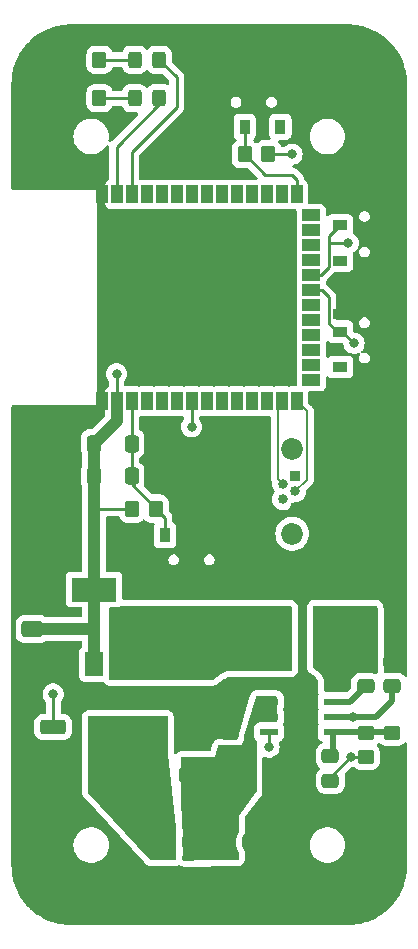
<source format=gbr>
%TF.GenerationSoftware,KiCad,Pcbnew,7.0.1*%
%TF.CreationDate,2023-11-18T18:12:55+02:00*%
%TF.ProjectId,Ulkovalo,556c6b6f-7661-46c6-9f2e-6b696361645f,rev?*%
%TF.SameCoordinates,Original*%
%TF.FileFunction,Copper,L1,Top*%
%TF.FilePolarity,Positive*%
%FSLAX46Y46*%
G04 Gerber Fmt 4.6, Leading zero omitted, Abs format (unit mm)*
G04 Created by KiCad (PCBNEW 7.0.1) date 2023-11-18 18:12:55*
%MOMM*%
%LPD*%
G01*
G04 APERTURE LIST*
G04 Aperture macros list*
%AMRoundRect*
0 Rectangle with rounded corners*
0 $1 Rounding radius*
0 $2 $3 $4 $5 $6 $7 $8 $9 X,Y pos of 4 corners*
0 Add a 4 corners polygon primitive as box body*
4,1,4,$2,$3,$4,$5,$6,$7,$8,$9,$2,$3,0*
0 Add four circle primitives for the rounded corners*
1,1,$1+$1,$2,$3*
1,1,$1+$1,$4,$5*
1,1,$1+$1,$6,$7*
1,1,$1+$1,$8,$9*
0 Add four rect primitives between the rounded corners*
20,1,$1+$1,$2,$3,$4,$5,0*
20,1,$1+$1,$4,$5,$6,$7,0*
20,1,$1+$1,$6,$7,$8,$9,0*
20,1,$1+$1,$8,$9,$2,$3,0*%
G04 Aperture macros list end*
%TA.AperFunction,SMDPad,CuDef*%
%ADD10RoundRect,0.250000X-0.650000X0.412500X-0.650000X-0.412500X0.650000X-0.412500X0.650000X0.412500X0*%
%TD*%
%TA.AperFunction,SMDPad,CuDef*%
%ADD11RoundRect,0.250000X-0.337500X-0.475000X0.337500X-0.475000X0.337500X0.475000X-0.337500X0.475000X0*%
%TD*%
%TA.AperFunction,SMDPad,CuDef*%
%ADD12RoundRect,0.250000X-0.850000X-0.350000X0.850000X-0.350000X0.850000X0.350000X-0.850000X0.350000X0*%
%TD*%
%TA.AperFunction,SMDPad,CuDef*%
%ADD13RoundRect,0.250000X-1.275000X-1.125000X1.275000X-1.125000X1.275000X1.125000X-1.275000X1.125000X0*%
%TD*%
%TA.AperFunction,SMDPad,CuDef*%
%ADD14RoundRect,0.249997X-2.950003X-2.650003X2.950003X-2.650003X2.950003X2.650003X-2.950003X2.650003X0*%
%TD*%
%TA.AperFunction,SMDPad,CuDef*%
%ADD15RoundRect,0.250000X0.450000X-0.350000X0.450000X0.350000X-0.450000X0.350000X-0.450000X-0.350000X0*%
%TD*%
%TA.AperFunction,SMDPad,CuDef*%
%ADD16R,1.250000X0.900000*%
%TD*%
%TA.AperFunction,SMDPad,CuDef*%
%ADD17R,1.000000X0.800000*%
%TD*%
%TA.AperFunction,SMDPad,CuDef*%
%ADD18R,0.900000X1.250000*%
%TD*%
%TA.AperFunction,SMDPad,CuDef*%
%ADD19R,0.800000X1.000000*%
%TD*%
%TA.AperFunction,SMDPad,CuDef*%
%ADD20RoundRect,0.250000X-0.325000X-0.450000X0.325000X-0.450000X0.325000X0.450000X-0.325000X0.450000X0*%
%TD*%
%TA.AperFunction,SMDPad,CuDef*%
%ADD21R,1.500000X2.000000*%
%TD*%
%TA.AperFunction,SMDPad,CuDef*%
%ADD22R,3.800000X2.000000*%
%TD*%
%TA.AperFunction,SMDPad,CuDef*%
%ADD23RoundRect,0.010000X0.440000X-0.740000X0.440000X0.740000X-0.440000X0.740000X-0.440000X-0.740000X0*%
%TD*%
%TA.AperFunction,SMDPad,CuDef*%
%ADD24RoundRect,0.010000X-0.740000X-0.440000X0.740000X-0.440000X0.740000X0.440000X-0.740000X0.440000X0*%
%TD*%
%TA.AperFunction,SMDPad,CuDef*%
%ADD25RoundRect,0.010000X0.440000X-0.440000X0.440000X0.440000X-0.440000X0.440000X-0.440000X-0.440000X0*%
%TD*%
%TA.AperFunction,SMDPad,CuDef*%
%ADD26RoundRect,0.475000X0.475000X2.075000X-0.475000X2.075000X-0.475000X-2.075000X0.475000X-2.075000X0*%
%TD*%
%TA.AperFunction,SMDPad,CuDef*%
%ADD27RoundRect,0.250000X0.350000X0.450000X-0.350000X0.450000X-0.350000X-0.450000X0.350000X-0.450000X0*%
%TD*%
%TA.AperFunction,SMDPad,CuDef*%
%ADD28RoundRect,0.250000X1.100000X-0.412500X1.100000X0.412500X-1.100000X0.412500X-1.100000X-0.412500X0*%
%TD*%
%TA.AperFunction,SMDPad,CuDef*%
%ADD29RoundRect,0.250000X0.475000X-0.337500X0.475000X0.337500X-0.475000X0.337500X-0.475000X-0.337500X0*%
%TD*%
%TA.AperFunction,SMDPad,CuDef*%
%ADD30RoundRect,0.250000X0.337500X0.475000X-0.337500X0.475000X-0.337500X-0.475000X0.337500X-0.475000X0*%
%TD*%
%TA.AperFunction,SMDPad,CuDef*%
%ADD31R,1.550000X0.600000*%
%TD*%
%TA.AperFunction,SMDPad,CuDef*%
%ADD32R,2.950000X4.900000*%
%TD*%
%TA.AperFunction,ComponentPad*%
%ADD33R,2.100000X2.100000*%
%TD*%
%TA.AperFunction,ComponentPad*%
%ADD34C,2.100000*%
%TD*%
%TA.AperFunction,SMDPad,CuDef*%
%ADD35RoundRect,0.250000X-0.350000X-0.450000X0.350000X-0.450000X0.350000X0.450000X-0.350000X0.450000X0*%
%TD*%
%TA.AperFunction,SMDPad,CuDef*%
%ADD36RoundRect,0.250000X-0.450000X0.350000X-0.450000X-0.350000X0.450000X-0.350000X0.450000X0.350000X0*%
%TD*%
%TA.AperFunction,ComponentPad*%
%ADD37R,0.840000X0.840000*%
%TD*%
%TA.AperFunction,ComponentPad*%
%ADD38C,0.840000*%
%TD*%
%TA.AperFunction,ComponentPad*%
%ADD39C,1.850000*%
%TD*%
%TA.AperFunction,SMDPad,CuDef*%
%ADD40RoundRect,0.250000X-0.475000X0.337500X-0.475000X-0.337500X0.475000X-0.337500X0.475000X0.337500X0*%
%TD*%
%TA.AperFunction,ViaPad*%
%ADD41C,0.800000*%
%TD*%
%TA.AperFunction,Conductor*%
%ADD42C,0.500000*%
%TD*%
%TA.AperFunction,Conductor*%
%ADD43C,0.250000*%
%TD*%
%TA.AperFunction,Conductor*%
%ADD44C,1.000000*%
%TD*%
%TA.AperFunction,Conductor*%
%ADD45C,0.200000*%
%TD*%
G04 APERTURE END LIST*
D10*
%TO.P,C2,1*%
%TO.N,+5V*%
X53500000Y-96937500D03*
%TO.P,C2,2*%
%TO.N,GND*%
X53500000Y-100062500D03*
%TD*%
D11*
%TO.P,C12,1*%
%TO.N,EN*%
X51175000Y-81250000D03*
%TO.P,C12,2*%
%TO.N,GND*%
X53250000Y-81250000D03*
%TD*%
D12*
%TO.P,Q2,1,G*%
%TO.N,Gate*%
X44535000Y-102507500D03*
D13*
%TO.P,Q2,2,D*%
%TO.N,Drain*%
X49160000Y-103262500D03*
X49160000Y-106312500D03*
D14*
X50835000Y-104787500D03*
D13*
X52510000Y-103262500D03*
X52510000Y-106312500D03*
D12*
%TO.P,Q2,3,S*%
%TO.N,GND*%
X44535000Y-107067500D03*
%TD*%
D15*
%TO.P,R2,1*%
%TO.N,+5V*%
X71000000Y-105000000D03*
%TO.P,R2,2*%
%TO.N,Net-(U2-FB)*%
X71000000Y-103000000D03*
%TD*%
D16*
%TO.P,SW4,1,A*%
%TO.N,unconnected-(SW4-A-Pad1)*%
X68825000Y-63012500D03*
%TO.P,SW4,2,B*%
%TO.N,Debug2*%
X68825000Y-60012500D03*
D17*
%TO.P,SW4,3,C*%
%TO.N,GND*%
X72000000Y-56962500D03*
X69800000Y-56962500D03*
D16*
X68825000Y-58512500D03*
D17*
X72000000Y-64562500D03*
X69800000Y-64562500D03*
%TD*%
D18*
%TO.P,SW1,1,A*%
%TO.N,unconnected-(SW1-A-Pad1)*%
X63762500Y-51675000D03*
%TO.P,SW1,2,B*%
%TO.N,BOOT*%
X60762500Y-51675000D03*
D19*
%TO.P,SW1,3,C*%
%TO.N,GND*%
X57712500Y-48500000D03*
X57712500Y-50700000D03*
D18*
X59262500Y-51675000D03*
D19*
X65312500Y-48500000D03*
X65312500Y-50700000D03*
%TD*%
D20*
%TO.P,D1,1,K*%
%TO.N,Net-(D1-K)*%
X51450000Y-49250000D03*
%TO.P,D1,2,A*%
%TO.N,Net-(D1-A)*%
X53500000Y-49250000D03*
%TD*%
D21*
%TO.P,U3,1,GND*%
%TO.N,GND*%
X45700000Y-97150000D03*
%TO.P,U3,2,VO*%
%TO.N,+3V3*%
X48000000Y-97150000D03*
D22*
X48000000Y-90850000D03*
D21*
%TO.P,U3,3,VI*%
%TO.N,+5V*%
X50300000Y-97150000D03*
%TD*%
D23*
%TO.P,U1,1,GND*%
%TO.N,GND*%
X48630000Y-74900000D03*
%TO.P,U1,2,3V3*%
%TO.N,+3V3*%
X49900000Y-74900000D03*
%TO.P,U1,3,EN*%
%TO.N,EN*%
X51170000Y-74900000D03*
%TO.P,U1,4,IO4*%
%TO.N,unconnected-(U1-IO4-Pad4)*%
X52440000Y-74900000D03*
%TO.P,U1,5,IO5*%
%TO.N,unconnected-(U1-IO5-Pad5)*%
X53710000Y-74900000D03*
%TO.P,U1,6,IO6*%
%TO.N,unconnected-(U1-IO6-Pad6)*%
X54980000Y-74900000D03*
%TO.P,U1,7,IO7*%
%TO.N,Gate*%
X56250000Y-74900000D03*
%TO.P,U1,8,IO15*%
%TO.N,unconnected-(U1-IO15-Pad8)*%
X57520000Y-74900000D03*
%TO.P,U1,9,IO16*%
%TO.N,unconnected-(U1-IO16-Pad9)*%
X58790000Y-74900000D03*
%TO.P,U1,10,IO17*%
%TO.N,unconnected-(U1-IO17-Pad10)*%
X60060000Y-74900000D03*
%TO.P,U1,11,IO18*%
%TO.N,unconnected-(U1-IO18-Pad11)*%
X61330000Y-74900000D03*
%TO.P,U1,12,IO8*%
%TO.N,unconnected-(U1-IO8-Pad12)*%
X62600000Y-74900000D03*
%TO.P,U1,13,IO19*%
%TO.N,D-*%
X63870000Y-74900000D03*
%TO.P,U1,14,IO20*%
%TO.N,D+*%
X65140000Y-74900000D03*
D24*
%TO.P,U1,15,IO3*%
%TO.N,unconnected-(U1-IO3-Pad15)*%
X66390000Y-73135000D03*
%TO.P,U1,16,IO46*%
%TO.N,unconnected-(U1-IO46-Pad16)*%
X66390000Y-71865000D03*
%TO.P,U1,17,IO9*%
%TO.N,unconnected-(U1-IO9-Pad17)*%
X66390000Y-70595000D03*
%TO.P,U1,18,IO10*%
%TO.N,unconnected-(U1-IO10-Pad18)*%
X66390000Y-69325000D03*
%TO.P,U1,19,IO11*%
%TO.N,unconnected-(U1-IO11-Pad19)*%
X66390000Y-68055000D03*
%TO.P,U1,20,IO12*%
%TO.N,unconnected-(U1-IO12-Pad20)*%
X66390000Y-66785000D03*
%TO.P,U1,21,1013*%
%TO.N,Debug1*%
X66390000Y-65515000D03*
%TO.P,U1,22,1014*%
%TO.N,Debug2*%
X66390000Y-64245000D03*
%TO.P,U1,23,IO21*%
%TO.N,unconnected-(U1-IO21-Pad23)*%
X66390000Y-62975000D03*
%TO.P,U1,24,IO47*%
%TO.N,unconnected-(U1-IO47-Pad24)*%
X66390000Y-61705000D03*
%TO.P,U1,25,IO48*%
%TO.N,unconnected-(U1-IO48-Pad25)*%
X66390000Y-60435000D03*
%TO.P,U1,26,IO45*%
%TO.N,unconnected-(U1-IO45-Pad26)*%
X66390000Y-59165000D03*
D23*
%TO.P,U1,27,IO0*%
%TO.N,BOOT*%
X65140000Y-57400000D03*
%TO.P,U1,28,IO35*%
%TO.N,unconnected-(U1-IO35-Pad28)*%
X63870000Y-57400000D03*
%TO.P,U1,29,IO36*%
%TO.N,unconnected-(U1-IO36-Pad29)*%
X62600000Y-57400000D03*
%TO.P,U1,30,IO37*%
%TO.N,unconnected-(U1-IO37-Pad30)*%
X61330000Y-57400000D03*
%TO.P,U1,31,IO38*%
%TO.N,unconnected-(U1-IO38-Pad31)*%
X60060000Y-57400000D03*
%TO.P,U1,32,IO39*%
%TO.N,unconnected-(U1-IO39-Pad32)*%
X58790000Y-57400000D03*
%TO.P,U1,33,IO40*%
%TO.N,unconnected-(U1-IO40-Pad33)*%
X57520000Y-57400000D03*
%TO.P,U1,34,IO41*%
%TO.N,unconnected-(U1-IO41-Pad34)*%
X56250000Y-57400000D03*
%TO.P,U1,35,IO42*%
%TO.N,unconnected-(U1-IO42-Pad35)*%
X54980000Y-57400000D03*
%TO.P,U1,36,RXD0*%
%TO.N,unconnected-(U1-RXD0-Pad36)*%
X53710000Y-57400000D03*
%TO.P,U1,37,TXD0*%
%TO.N,unconnected-(U1-TXD0-Pad37)*%
X52440000Y-57400000D03*
%TO.P,U1,38,IO2*%
%TO.N,Net-(D2-A)*%
X51170000Y-57400000D03*
%TO.P,U1,39,IO1*%
%TO.N,Net-(D1-A)*%
X49900000Y-57400000D03*
%TO.P,U1,40,GND*%
%TO.N,GND*%
X48630000Y-57400000D03*
D25*
%TO.P,U1,41,GND*%
X54950000Y-69050000D03*
X56350000Y-69050000D03*
X57750000Y-69050000D03*
X54950000Y-67650000D03*
X56350000Y-67650000D03*
X57750000Y-67650000D03*
X54950000Y-66250000D03*
X56350000Y-66250000D03*
X57750000Y-66250000D03*
%TD*%
D16*
%TO.P,SW3,1,A*%
%TO.N,unconnected-(SW3-A-Pad1)*%
X68825000Y-72012500D03*
%TO.P,SW3,2,B*%
%TO.N,Debug1*%
X68825000Y-69012500D03*
D17*
%TO.P,SW3,3,C*%
%TO.N,GND*%
X72000000Y-65962500D03*
X69800000Y-65962500D03*
D16*
X68825000Y-67512500D03*
D17*
X72000000Y-73562500D03*
X69800000Y-73562500D03*
%TD*%
D20*
%TO.P,D2,1,K*%
%TO.N,Net-(D2-K)*%
X51450000Y-46000000D03*
%TO.P,D2,2,A*%
%TO.N,Net-(D2-A)*%
X53500000Y-46000000D03*
%TD*%
D26*
%TO.P,L1,1,1*%
%TO.N,SW*%
X67600000Y-95000000D03*
%TO.P,L1,2,2*%
%TO.N,+5V*%
X63400000Y-95000000D03*
%TD*%
D27*
%TO.P,R9,1*%
%TO.N,EN*%
X53212500Y-84000000D03*
%TO.P,R9,2*%
%TO.N,+3V3*%
X51212500Y-84000000D03*
%TD*%
%TO.P,R6,1*%
%TO.N,Net-(D1-K)*%
X48450000Y-49250000D03*
%TO.P,R6,2*%
%TO.N,GND*%
X46450000Y-49250000D03*
%TD*%
%TO.P,R10,1*%
%TO.N,Net-(D2-K)*%
X48450000Y-46000000D03*
%TO.P,R10,2*%
%TO.N,GND*%
X46450000Y-46000000D03*
%TD*%
D10*
%TO.P,C9,1*%
%TO.N,+3V3*%
X42750000Y-94187500D03*
%TO.P,C9,2*%
%TO.N,GND*%
X42750000Y-97312500D03*
%TD*%
D28*
%TO.P,C1,1*%
%TO.N,Vin*%
X56500000Y-106562500D03*
%TO.P,C1,2*%
%TO.N,GND*%
X56500000Y-103437500D03*
%TD*%
D29*
%TO.P,C7,1*%
%TO.N,+5V*%
X68000000Y-107037500D03*
%TO.P,C7,2*%
%TO.N,Net-(U2-FB)*%
X68000000Y-104962500D03*
%TD*%
D30*
%TO.P,C14,1*%
%TO.N,+3V3*%
X48000000Y-78500000D03*
%TO.P,C14,2*%
%TO.N,GND*%
X45925000Y-78500000D03*
%TD*%
D31*
%TO.P,U2,1,PGND*%
%TO.N,GND*%
X62800000Y-99095000D03*
%TO.P,U2,2,VIN*%
%TO.N,Vin*%
X62800000Y-100365000D03*
%TO.P,U2,3,EN*%
X62800000Y-101635000D03*
%TO.P,U2,4,PG*%
%TO.N,Net-(U2-PG)*%
X62800000Y-102905000D03*
%TO.P,U2,5,FB*%
%TO.N,Net-(U2-FB)*%
X68200000Y-102905000D03*
%TO.P,U2,6,VCC*%
%TO.N,Net-(U2-VCC)*%
X68200000Y-101635000D03*
%TO.P,U2,7,BOOT*%
%TO.N,Net-(U2-BOOT)*%
X68200000Y-100365000D03*
%TO.P,U2,8,SW*%
%TO.N,SW*%
X68200000Y-99095000D03*
D32*
%TO.P,U2,9,AGND*%
%TO.N,GND*%
X65500000Y-101000000D03*
%TD*%
D29*
%TO.P,C6,1*%
%TO.N,Net-(U2-VCC)*%
X73250000Y-99037500D03*
%TO.P,C6,2*%
%TO.N,GND*%
X73250000Y-96962500D03*
%TD*%
D33*
%TO.P,J4,1,Pin_1*%
%TO.N,Drain*%
X53935000Y-112250000D03*
D34*
%TO.P,J4,2,Pin_2*%
%TO.N,Vin*%
X56475000Y-112250000D03*
%TO.P,J4,3,Pin_3*%
X59015000Y-112250000D03*
%TO.P,J4,4,Pin_4*%
%TO.N,GND*%
X61555000Y-112250000D03*
%TD*%
D10*
%TO.P,C8,1*%
%TO.N,+5V*%
X56500000Y-96937500D03*
%TO.P,C8,2*%
%TO.N,GND*%
X56500000Y-100062500D03*
%TD*%
D18*
%TO.P,SW2,1,A*%
%TO.N,EN*%
X54000000Y-86250000D03*
%TO.P,SW2,2,B*%
%TO.N,GND*%
X57000000Y-86250000D03*
D19*
%TO.P,SW2,3,C*%
X60050000Y-89425000D03*
X60050000Y-87225000D03*
D18*
X58500000Y-86250000D03*
D19*
X52450000Y-89425000D03*
X52450000Y-87225000D03*
%TD*%
D11*
%TO.P,C11,1*%
%TO.N,EN*%
X51175000Y-78500000D03*
%TO.P,C11,2*%
%TO.N,GND*%
X53250000Y-78500000D03*
%TD*%
D29*
%TO.P,C4,1*%
%TO.N,Net-(U2-BOOT)*%
X71000000Y-99037500D03*
%TO.P,C4,2*%
%TO.N,SW*%
X71000000Y-96962500D03*
%TD*%
D35*
%TO.P,R5,1*%
%TO.N,BOOT*%
X60750000Y-54000000D03*
%TO.P,R5,2*%
%TO.N,+3V3*%
X62750000Y-54000000D03*
%TD*%
D36*
%TO.P,R1,1*%
%TO.N,Net-(U2-FB)*%
X73250000Y-103000000D03*
%TO.P,R1,2*%
%TO.N,GND*%
X73250000Y-105000000D03*
%TD*%
D30*
%TO.P,C13,1*%
%TO.N,+3V3*%
X48000000Y-81250000D03*
%TO.P,C13,2*%
%TO.N,GND*%
X45925000Y-81250000D03*
%TD*%
D29*
%TO.P,C3,1*%
%TO.N,Vin*%
X59500000Y-105037500D03*
%TO.P,C3,2*%
%TO.N,GND*%
X59500000Y-102962500D03*
%TD*%
D37*
%TO.P,J1,1,VBUS*%
%TO.N,+5V*%
X65000000Y-81250000D03*
D38*
%TO.P,J1,2,D-*%
%TO.N,D-*%
X64000000Y-81900000D03*
%TO.P,J1,3,D+*%
%TO.N,D+*%
X65000000Y-82550000D03*
%TO.P,J1,4,ID*%
%TO.N,unconnected-(J1-ID-Pad4)*%
X64000000Y-83200000D03*
%TO.P,J1,5,GND*%
%TO.N,GND*%
X65000000Y-83850000D03*
D39*
%TO.P,J1,6,Shield*%
%TO.N,Net-(J1-Shield)*%
X64780000Y-78975000D03*
X64780000Y-86125000D03*
%TD*%
D40*
%TO.P,C5,1*%
%TO.N,+5V*%
X59500000Y-96962500D03*
%TO.P,C5,2*%
%TO.N,GND*%
X59500000Y-99037500D03*
%TD*%
D41*
%TO.N,GND*%
X59250000Y-66250000D03*
X67550000Y-78200000D03*
X58235000Y-100500000D03*
X66435000Y-103000000D03*
X53500000Y-72500000D03*
X73250000Y-94250000D03*
X64250000Y-49600000D03*
X64635000Y-99000000D03*
X59000000Y-88250000D03*
X58750000Y-49600000D03*
X54250000Y-76800000D03*
X48650000Y-55800000D03*
X55050000Y-79900000D03*
X59250000Y-72500000D03*
X47550000Y-76200000D03*
X53500000Y-69000000D03*
X68000000Y-87250000D03*
X70950000Y-58100000D03*
X53500000Y-88250000D03*
X58235000Y-101500000D03*
X70950000Y-72600000D03*
X51500000Y-100000000D03*
X44650000Y-79900000D03*
X66435000Y-99000000D03*
X44500000Y-109000000D03*
X45450000Y-47600000D03*
X53500000Y-66250000D03*
X73250000Y-106500000D03*
X64635000Y-103000000D03*
X59250000Y-69000000D03*
%TO.N,Net-(U2-VCC)*%
X69900000Y-101635000D03*
%TO.N,Net-(U2-PG)*%
X62800000Y-104200000D03*
%TO.N,+5V*%
X55000000Y-94000000D03*
X69750000Y-105000000D03*
%TO.N,+3V3*%
X49900000Y-72600000D03*
X64750000Y-54000000D03*
%TO.N,Gate*%
X44535000Y-99700000D03*
X56250000Y-77075000D03*
%TO.N,Debug1*%
X70000000Y-70000000D03*
%TO.N,Debug2*%
X69500000Y-61500000D03*
%TD*%
D42*
%TO.N,Net-(U2-BOOT)*%
X71000000Y-99037500D02*
X69672500Y-100365000D01*
X69672500Y-100365000D02*
X68200000Y-100365000D01*
%TO.N,Net-(U2-VCC)*%
X73250000Y-100287500D02*
X73250000Y-99037500D01*
X71902500Y-101635000D02*
X73250000Y-100287500D01*
X68200000Y-101635000D02*
X71902500Y-101635000D01*
X69865000Y-101635000D02*
X69900000Y-101600000D01*
X69900000Y-101600000D02*
X69935000Y-101635000D01*
%TO.N,Net-(U2-FB)*%
X68200000Y-102905000D02*
X68200000Y-104762500D01*
X68200000Y-104762500D02*
X68000000Y-104962500D01*
X68200000Y-102905000D02*
X73155000Y-102905000D01*
X73155000Y-102905000D02*
X73250000Y-103000000D01*
D43*
%TO.N,Net-(U2-PG)*%
X62800000Y-102905000D02*
X62800000Y-104200000D01*
%TO.N,+5V*%
X69750000Y-105000000D02*
X68000000Y-106750000D01*
X68000000Y-106750000D02*
X68000000Y-107037500D01*
X71500000Y-105000000D02*
X69750000Y-105000000D01*
%TO.N,+3V3*%
X51212500Y-84000000D02*
X48000000Y-84000000D01*
D44*
X48000000Y-97150000D02*
X48000000Y-90850000D01*
X48000000Y-78500000D02*
X49025000Y-77475000D01*
X49025000Y-77475000D02*
X49900000Y-76600000D01*
X49900000Y-76600000D02*
X49900000Y-74900000D01*
X48000000Y-94187500D02*
X42750000Y-94187500D01*
X48000000Y-84000000D02*
X48000000Y-78500000D01*
X48000000Y-90850000D02*
X48000000Y-84000000D01*
D43*
X64750000Y-54000000D02*
X62750000Y-54000000D01*
X49900000Y-72600000D02*
X49900000Y-76600000D01*
%TO.N,Gate*%
X56250000Y-77075000D02*
X56250000Y-74900000D01*
X44535000Y-102507500D02*
X44535000Y-99815000D01*
D45*
%TO.N,D-*%
X63555000Y-75215000D02*
X63870000Y-74900000D01*
X64000000Y-81900000D02*
X63555000Y-81455000D01*
X63555000Y-81455000D02*
X63555000Y-75215000D01*
%TO.N,D+*%
X66005000Y-75765000D02*
X66005000Y-81545000D01*
X66005000Y-81545000D02*
X65000000Y-82550000D01*
X65140000Y-74900000D02*
X66005000Y-75765000D01*
D43*
%TO.N,BOOT*%
X60750000Y-54000000D02*
X60750000Y-51687500D01*
X60750000Y-54000000D02*
X62500000Y-55750000D01*
X60750000Y-51687500D02*
X60762500Y-51675000D01*
X65140000Y-56140000D02*
X65140000Y-57400000D01*
X64750000Y-55750000D02*
X65140000Y-56140000D01*
X62500000Y-55750000D02*
X64750000Y-55750000D01*
%TO.N,EN*%
X51170000Y-81957500D02*
X53212500Y-84000000D01*
X51170000Y-74900000D02*
X51170000Y-81957500D01*
X53212500Y-84000000D02*
X54000000Y-84787500D01*
X54000000Y-84787500D02*
X54000000Y-86250000D01*
%TO.N,Debug1*%
X67875000Y-68287500D02*
X68600000Y-69012500D01*
X68825000Y-69012500D02*
X69012500Y-69012500D01*
X68600000Y-69012500D02*
X68825000Y-69012500D01*
X67875000Y-66125000D02*
X67875000Y-68287500D01*
X66390000Y-65515000D02*
X67265000Y-65515000D01*
X69012500Y-69012500D02*
X70000000Y-70000000D01*
X67265000Y-65515000D02*
X67875000Y-66125000D01*
%TO.N,Debug2*%
X67875000Y-63575000D02*
X67875000Y-61500000D01*
X67875000Y-61500000D02*
X67875000Y-60962500D01*
X67875000Y-60962500D02*
X68825000Y-60012500D01*
X69500000Y-61500000D02*
X67875000Y-61500000D01*
X67205000Y-64245000D02*
X67875000Y-63575000D01*
X66390000Y-64245000D02*
X67205000Y-64245000D01*
%TO.N,Net-(D1-K)*%
X48450000Y-49250000D02*
X51450000Y-49250000D01*
%TO.N,Net-(D1-A)*%
X49900000Y-53350000D02*
X49900000Y-57400000D01*
X53500000Y-49250000D02*
X53500000Y-49750000D01*
X53500000Y-49750000D02*
X49900000Y-53350000D01*
%TO.N,Net-(D2-K)*%
X48450000Y-46000000D02*
X51450000Y-46000000D01*
%TO.N,Net-(D2-A)*%
X53500000Y-46000000D02*
X55000000Y-47500000D01*
X55000000Y-50000000D02*
X51170000Y-53830000D01*
X55000000Y-47500000D02*
X55000000Y-50000000D01*
X51170000Y-53830000D02*
X51170000Y-57400000D01*
%TD*%
%TA.AperFunction,Conductor*%
%TO.N,Drain*%
G36*
X54173410Y-101554016D02*
G01*
X54218771Y-101599166D01*
X54235576Y-101660921D01*
X54250000Y-104750000D01*
X54949242Y-111043178D01*
X54950000Y-111056872D01*
X54950000Y-111945595D01*
X54946574Y-111974542D01*
X54938854Y-112006696D01*
X54919706Y-112250000D01*
X54938854Y-112493303D01*
X54946574Y-112525458D01*
X54950000Y-112554405D01*
X54950000Y-113626000D01*
X54933387Y-113688000D01*
X54888000Y-113733387D01*
X54826000Y-113750000D01*
X52804348Y-113750000D01*
X52754572Y-113739571D01*
X52713168Y-113710037D01*
X47517820Y-108073110D01*
X47493496Y-108034182D01*
X47485000Y-107989073D01*
X47485000Y-101661500D01*
X47501613Y-101599500D01*
X47547000Y-101554113D01*
X47609000Y-101537500D01*
X54111577Y-101537500D01*
X54173410Y-101554016D01*
G37*
%TD.AperFunction*%
%TD*%
%TA.AperFunction,Conductor*%
%TO.N,Vin*%
G36*
X61854423Y-99865558D02*
G01*
X61917517Y-99889091D01*
X61977127Y-99895500D01*
X63400500Y-99895499D01*
X63462500Y-99912112D01*
X63507887Y-99957499D01*
X63524500Y-100019499D01*
X63524500Y-101980500D01*
X63507887Y-102042500D01*
X63462500Y-102087887D01*
X63400500Y-102104500D01*
X61977130Y-102104500D01*
X61917515Y-102110909D01*
X61782669Y-102161204D01*
X61667454Y-102247454D01*
X61581204Y-102362668D01*
X61540350Y-102472203D01*
X61530909Y-102497517D01*
X61524585Y-102556344D01*
X61524500Y-102557130D01*
X61524500Y-103252869D01*
X61530909Y-103312483D01*
X61581204Y-103447331D01*
X61619040Y-103497873D01*
X61667455Y-103562548D01*
X61700311Y-103587144D01*
X61736884Y-103630906D01*
X61750000Y-103686410D01*
X61750000Y-107958667D01*
X61743637Y-107997879D01*
X61725200Y-108033065D01*
X60250000Y-110000000D01*
X60250000Y-110000001D01*
X60250000Y-111377124D01*
X60231727Y-111441913D01*
X60209710Y-111477841D01*
X60169220Y-111543914D01*
X60075828Y-111769384D01*
X60018854Y-112006696D01*
X59999706Y-112249999D01*
X60018854Y-112493303D01*
X60075828Y-112730615D01*
X60169220Y-112956085D01*
X60198280Y-113003506D01*
X60231727Y-113058086D01*
X60250000Y-113122876D01*
X60250000Y-113627285D01*
X60233602Y-113688912D01*
X60188744Y-113734239D01*
X60127292Y-113751278D01*
X57282291Y-113780913D01*
X55575291Y-113798694D01*
X55512747Y-113782517D01*
X55466829Y-113737074D01*
X55450000Y-113674702D01*
X55450000Y-113507852D01*
X55457818Y-113464518D01*
X55479091Y-113407483D01*
X55485500Y-113347873D01*
X55485499Y-111152128D01*
X55479091Y-111092517D01*
X55457591Y-111034873D01*
X55449856Y-110996049D01*
X55350082Y-108252255D01*
X55350000Y-108247749D01*
X55350000Y-105124000D01*
X55366613Y-105062000D01*
X55412000Y-105016613D01*
X55474000Y-105000000D01*
X58250000Y-105000000D01*
X58325506Y-104697974D01*
X58476519Y-104093926D01*
X58500940Y-104045365D01*
X58543783Y-104011913D01*
X58596817Y-104000000D01*
X58731484Y-104000000D01*
X58770488Y-104006294D01*
X58872202Y-104039999D01*
X58882703Y-104041071D01*
X58974991Y-104050500D01*
X60025008Y-104050499D01*
X60127797Y-104039999D01*
X60229511Y-104006294D01*
X60268516Y-104000000D01*
X60499999Y-104000000D01*
X60500000Y-104000000D01*
X60563654Y-103783573D01*
X60577066Y-103753489D01*
X60659814Y-103619334D01*
X60714999Y-103452797D01*
X60725500Y-103350009D01*
X60725499Y-103251149D01*
X60730536Y-103216175D01*
X61692132Y-99946749D01*
X61727710Y-99889962D01*
X61787644Y-99859978D01*
X61854423Y-99865558D01*
G37*
%TD.AperFunction*%
%TD*%
%TA.AperFunction,Conductor*%
%TO.N,SW*%
G36*
X71938000Y-92266613D02*
G01*
X71983387Y-92312000D01*
X72000000Y-92374000D01*
X72000000Y-97876000D01*
X71983387Y-97938000D01*
X71938000Y-97983387D01*
X71876000Y-98000000D01*
X71768516Y-98000000D01*
X71729512Y-97993706D01*
X71627797Y-97960000D01*
X71525009Y-97949500D01*
X70474991Y-97949500D01*
X70372203Y-97960000D01*
X70205665Y-98015186D01*
X70056342Y-98107288D01*
X69932288Y-98231342D01*
X69840186Y-98380665D01*
X69785000Y-98547202D01*
X69774500Y-98649991D01*
X69774500Y-99125706D01*
X69767094Y-99167919D01*
X69745759Y-99205089D01*
X69622948Y-99352461D01*
X69615371Y-99360759D01*
X69512450Y-99463681D01*
X69472221Y-99490561D01*
X69424768Y-99500000D01*
X67599499Y-99500000D01*
X67537499Y-99483387D01*
X67492112Y-99438000D01*
X67475499Y-99376000D01*
X67475499Y-98502130D01*
X67475499Y-98502127D01*
X67469091Y-98442517D01*
X67418796Y-98307669D01*
X67332546Y-98192454D01*
X67332544Y-98192451D01*
X67299689Y-98167856D01*
X67263116Y-98124094D01*
X67250000Y-98068590D01*
X67250000Y-98000000D01*
X66555217Y-97536811D01*
X66514672Y-97492147D01*
X66500000Y-97433637D01*
X66500000Y-92374000D01*
X66516613Y-92312000D01*
X66562000Y-92266613D01*
X66624000Y-92250000D01*
X71876000Y-92250000D01*
X71938000Y-92266613D01*
G37*
%TD.AperFunction*%
%TD*%
%TA.AperFunction,Conductor*%
%TO.N,+5V*%
G36*
X64688000Y-92266613D02*
G01*
X64733387Y-92312000D01*
X64750000Y-92374000D01*
X64750000Y-97626000D01*
X64733387Y-97688000D01*
X64688000Y-97733387D01*
X64626000Y-97750000D01*
X59250000Y-97750000D01*
X58929401Y-97942358D01*
X58878210Y-97959387D01*
X58872203Y-97960000D01*
X58705665Y-98015186D01*
X58556342Y-98107288D01*
X58422039Y-98241592D01*
X58419826Y-98239379D01*
X58397307Y-98261615D01*
X58029452Y-98482329D01*
X57965654Y-98500000D01*
X49374000Y-98500000D01*
X49312000Y-98483387D01*
X49266613Y-98438000D01*
X49250000Y-98376000D01*
X49250000Y-98209169D01*
X49250499Y-98199844D01*
X49250499Y-98197882D01*
X49250500Y-98197873D01*
X49250499Y-96102128D01*
X49250499Y-96102127D01*
X49250499Y-96100151D01*
X49250000Y-96090839D01*
X49250000Y-92474499D01*
X49266613Y-92412499D01*
X49312000Y-92367112D01*
X49373999Y-92350499D01*
X49947872Y-92350499D01*
X50007483Y-92344091D01*
X50142331Y-92293796D01*
X50167797Y-92274731D01*
X50202947Y-92256346D01*
X50242106Y-92250000D01*
X64626000Y-92250000D01*
X64688000Y-92266613D01*
G37*
%TD.AperFunction*%
%TD*%
%TA.AperFunction,Conductor*%
%TO.N,GND*%
G36*
X69502562Y-43000605D02*
G01*
X69717600Y-43009500D01*
X69913455Y-43018052D01*
X69923330Y-43018881D01*
X70136706Y-43045479D01*
X70136793Y-43045490D01*
X70334945Y-43071577D01*
X70344192Y-43073153D01*
X70553521Y-43117044D01*
X70554765Y-43117312D01*
X70750386Y-43160680D01*
X70758901Y-43162889D01*
X70963665Y-43223850D01*
X70965325Y-43224359D01*
X71156696Y-43284698D01*
X71164453Y-43287431D01*
X71363363Y-43365046D01*
X71365513Y-43365911D01*
X71551024Y-43442752D01*
X71557972Y-43445886D01*
X71725903Y-43527982D01*
X71749587Y-43539561D01*
X71752383Y-43540972D01*
X71930420Y-43633652D01*
X71936636Y-43637118D01*
X72119793Y-43746255D01*
X72122929Y-43748187D01*
X72186491Y-43788681D01*
X72292282Y-43856078D01*
X72297710Y-43859741D01*
X72471184Y-43983599D01*
X72474616Y-43986140D01*
X72633912Y-44108372D01*
X72638567Y-44112126D01*
X72801226Y-44249891D01*
X72804838Y-44253072D01*
X72952925Y-44388769D01*
X72956807Y-44392486D01*
X73107512Y-44543191D01*
X73111232Y-44547076D01*
X73246921Y-44695155D01*
X73250107Y-44698772D01*
X73387872Y-44861431D01*
X73391626Y-44866086D01*
X73513858Y-45025382D01*
X73516399Y-45028814D01*
X73640257Y-45202288D01*
X73643920Y-45207716D01*
X73751800Y-45377052D01*
X73753743Y-45380205D01*
X73862880Y-45563362D01*
X73866346Y-45569578D01*
X73959026Y-45747615D01*
X73960437Y-45750411D01*
X74054099Y-45941997D01*
X74057260Y-45949005D01*
X74134051Y-46134395D01*
X74134991Y-46136734D01*
X74156131Y-46190908D01*
X74212559Y-46335523D01*
X74215302Y-46343309D01*
X74275602Y-46534554D01*
X74276186Y-46536460D01*
X74337105Y-46741084D01*
X74339321Y-46749627D01*
X74382671Y-46945166D01*
X74382971Y-46946559D01*
X74426844Y-47155802D01*
X74428422Y-47165062D01*
X74454459Y-47362829D01*
X74454568Y-47363677D01*
X74481114Y-47576641D01*
X74481948Y-47586570D01*
X74490513Y-47782728D01*
X74490525Y-47783013D01*
X74499394Y-47997438D01*
X74499500Y-48002562D01*
X74499500Y-98113769D01*
X74485985Y-98170064D01*
X74448385Y-98214087D01*
X74394898Y-98236242D01*
X74337182Y-98231700D01*
X74287819Y-98201450D01*
X74193657Y-98107288D01*
X74044334Y-98015186D01*
X73877797Y-97960000D01*
X73775009Y-97949500D01*
X72724991Y-97949500D01*
X72642101Y-97957968D01*
X72574925Y-97945954D01*
X72524278Y-97900217D01*
X72505500Y-97834610D01*
X72505500Y-92373999D01*
X72494941Y-92293796D01*
X72488275Y-92243166D01*
X72471662Y-92181166D01*
X72421163Y-92059250D01*
X72340829Y-91954557D01*
X72295442Y-91909170D01*
X72190749Y-91828836D01*
X72068838Y-91778339D01*
X72006830Y-91761724D01*
X71876001Y-91744500D01*
X71876000Y-91744500D01*
X66624000Y-91744500D01*
X66623999Y-91744500D01*
X66493169Y-91761724D01*
X66431161Y-91778339D01*
X66309250Y-91828836D01*
X66204557Y-91909170D01*
X66159170Y-91954557D01*
X66078836Y-92059250D01*
X66028339Y-92181161D01*
X66011724Y-92243169D01*
X65994500Y-92373999D01*
X65994500Y-97433641D01*
X66009680Y-97556585D01*
X66024352Y-97615098D01*
X66068985Y-97730672D01*
X66140386Y-97831913D01*
X66180933Y-97876579D01*
X66274814Y-97957411D01*
X66517523Y-98119216D01*
X66760234Y-98281024D01*
X66788994Y-98307638D01*
X66808013Y-98341899D01*
X66811085Y-98350365D01*
X66875237Y-98448254D01*
X66905154Y-98484052D01*
X66911815Y-98492022D01*
X66920238Y-98500005D01*
X66948034Y-98539162D01*
X66958869Y-98585943D01*
X66951117Y-98633333D01*
X66930909Y-98687512D01*
X66924500Y-98747130D01*
X66924500Y-99442869D01*
X66930909Y-99502484D01*
X66981204Y-99637332D01*
X66994946Y-99655688D01*
X67016846Y-99703639D01*
X67016847Y-99756355D01*
X66994949Y-99804307D01*
X66981205Y-99822666D01*
X66930910Y-99957515D01*
X66930909Y-99957517D01*
X66928550Y-99979463D01*
X66924500Y-100017130D01*
X66924500Y-100712869D01*
X66930909Y-100772484D01*
X66981204Y-100907332D01*
X66994947Y-100925690D01*
X67016846Y-100973642D01*
X67016846Y-101026358D01*
X66994947Y-101074310D01*
X66981205Y-101092666D01*
X66930909Y-101227516D01*
X66924500Y-101287130D01*
X66924500Y-101982869D01*
X66930909Y-102042484D01*
X66981204Y-102177332D01*
X66994947Y-102195690D01*
X67016846Y-102243642D01*
X67016846Y-102296358D01*
X66994947Y-102344310D01*
X66981205Y-102362666D01*
X66930909Y-102497516D01*
X66924500Y-102557130D01*
X66924500Y-103252869D01*
X66930909Y-103312484D01*
X66938517Y-103332882D01*
X66981204Y-103447331D01*
X67067454Y-103562546D01*
X67182669Y-103648796D01*
X67277165Y-103684040D01*
X67326983Y-103718376D01*
X67354623Y-103772199D01*
X67353504Y-103832694D01*
X67323891Y-103885458D01*
X67272835Y-103917928D01*
X67205666Y-103940186D01*
X67205664Y-103940186D01*
X67205664Y-103940187D01*
X67056342Y-104032288D01*
X66932288Y-104156342D01*
X66840186Y-104305665D01*
X66785000Y-104472202D01*
X66774500Y-104574990D01*
X66774500Y-105350008D01*
X66785000Y-105452796D01*
X66840186Y-105619334D01*
X66932288Y-105768657D01*
X67056344Y-105892713D01*
X67059181Y-105894463D01*
X67102360Y-105939569D01*
X67118082Y-106000000D01*
X67102360Y-106060431D01*
X67059181Y-106105537D01*
X67056344Y-106107286D01*
X66932288Y-106231342D01*
X66840186Y-106380665D01*
X66785000Y-106547202D01*
X66774500Y-106649990D01*
X66774500Y-107425008D01*
X66785000Y-107527796D01*
X66840186Y-107694334D01*
X66932288Y-107843657D01*
X67056342Y-107967711D01*
X67112895Y-108002593D01*
X67205666Y-108059814D01*
X67317017Y-108096712D01*
X67372202Y-108114999D01*
X67382703Y-108116071D01*
X67474991Y-108125500D01*
X68525008Y-108125499D01*
X68627797Y-108114999D01*
X68794334Y-108059814D01*
X68943656Y-107967712D01*
X69067712Y-107843656D01*
X69159814Y-107694334D01*
X69214999Y-107527797D01*
X69225500Y-107425009D01*
X69225499Y-106649992D01*
X69214999Y-106547203D01*
X69207294Y-106523953D01*
X69204343Y-106456354D01*
X69237320Y-106397269D01*
X69697771Y-105936819D01*
X69737999Y-105909939D01*
X69785452Y-105900500D01*
X69844646Y-105900500D01*
X69939184Y-105880405D01*
X70000181Y-105882801D01*
X70052645Y-105914014D01*
X70081342Y-105942711D01*
X70081344Y-105942712D01*
X70230666Y-106034814D01*
X70307973Y-106060431D01*
X70397202Y-106089999D01*
X70407703Y-106091071D01*
X70499991Y-106100500D01*
X71500008Y-106100499D01*
X71602797Y-106089999D01*
X71769334Y-106034814D01*
X71918656Y-105942712D01*
X72042712Y-105818656D01*
X72134814Y-105669334D01*
X72189999Y-105502797D01*
X72200500Y-105400009D01*
X72200499Y-104599992D01*
X72193179Y-104528338D01*
X72189999Y-104497203D01*
X72157979Y-104400574D01*
X72134814Y-104330666D01*
X72063995Y-104215849D01*
X72042711Y-104181342D01*
X71949049Y-104087680D01*
X71916955Y-104032093D01*
X71916955Y-103967905D01*
X71949047Y-103912320D01*
X72037320Y-103824047D01*
X72092905Y-103791955D01*
X72157093Y-103791955D01*
X72212680Y-103824049D01*
X72331342Y-103942711D01*
X72377730Y-103971323D01*
X72480666Y-104034814D01*
X72592016Y-104071712D01*
X72647202Y-104089999D01*
X72657703Y-104091071D01*
X72749991Y-104100500D01*
X73750008Y-104100499D01*
X73852797Y-104089999D01*
X74019334Y-104034814D01*
X74168656Y-103942712D01*
X74226367Y-103885001D01*
X74287819Y-103823550D01*
X74337182Y-103793300D01*
X74394898Y-103788758D01*
X74448385Y-103810913D01*
X74485985Y-103854936D01*
X74499500Y-103911231D01*
X74499500Y-114247438D01*
X74499394Y-114252563D01*
X74490525Y-114466987D01*
X74490513Y-114467271D01*
X74481948Y-114663428D01*
X74481114Y-114673357D01*
X74454568Y-114886321D01*
X74454459Y-114887169D01*
X74428422Y-115084936D01*
X74426844Y-115094196D01*
X74382971Y-115303439D01*
X74382671Y-115304832D01*
X74339321Y-115500371D01*
X74337105Y-115508914D01*
X74276186Y-115713538D01*
X74275602Y-115715444D01*
X74215302Y-115906689D01*
X74212559Y-115914475D01*
X74135008Y-116113224D01*
X74134051Y-116115603D01*
X74057260Y-116300993D01*
X74054099Y-116308001D01*
X73960437Y-116499587D01*
X73959026Y-116502383D01*
X73866346Y-116680420D01*
X73862880Y-116686636D01*
X73753743Y-116869793D01*
X73751800Y-116872946D01*
X73643920Y-117042282D01*
X73640257Y-117047710D01*
X73516399Y-117221184D01*
X73513858Y-117224616D01*
X73391626Y-117383912D01*
X73387872Y-117388567D01*
X73250107Y-117551226D01*
X73246908Y-117554858D01*
X73111254Y-117702899D01*
X73107512Y-117706807D01*
X72956807Y-117857512D01*
X72952899Y-117861254D01*
X72804858Y-117996908D01*
X72801226Y-118000107D01*
X72638567Y-118137872D01*
X72633912Y-118141626D01*
X72474616Y-118263858D01*
X72471184Y-118266399D01*
X72297710Y-118390257D01*
X72292282Y-118393920D01*
X72122946Y-118501800D01*
X72119793Y-118503743D01*
X71936636Y-118612880D01*
X71930420Y-118616346D01*
X71752383Y-118709026D01*
X71749587Y-118710437D01*
X71558001Y-118804099D01*
X71550993Y-118807260D01*
X71365603Y-118884051D01*
X71363224Y-118885008D01*
X71164475Y-118962559D01*
X71156689Y-118965302D01*
X70965444Y-119025602D01*
X70963538Y-119026186D01*
X70758914Y-119087105D01*
X70750371Y-119089321D01*
X70554832Y-119132671D01*
X70553439Y-119132971D01*
X70344196Y-119176844D01*
X70334936Y-119178422D01*
X70137169Y-119204459D01*
X70136321Y-119204568D01*
X69923357Y-119231114D01*
X69913428Y-119231948D01*
X69717381Y-119240508D01*
X69717097Y-119240520D01*
X69502563Y-119249394D01*
X69497438Y-119249500D01*
X46002562Y-119249500D01*
X45997437Y-119249394D01*
X45782901Y-119240520D01*
X45782617Y-119240508D01*
X45586570Y-119231948D01*
X45576641Y-119231114D01*
X45363677Y-119204568D01*
X45362829Y-119204459D01*
X45165062Y-119178422D01*
X45155802Y-119176844D01*
X44946559Y-119132971D01*
X44945166Y-119132671D01*
X44749627Y-119089321D01*
X44741084Y-119087105D01*
X44536460Y-119026186D01*
X44534554Y-119025602D01*
X44343309Y-118965302D01*
X44335523Y-118962559D01*
X44206985Y-118912404D01*
X44136734Y-118884991D01*
X44134395Y-118884051D01*
X43949005Y-118807260D01*
X43941997Y-118804099D01*
X43750411Y-118710437D01*
X43747615Y-118709026D01*
X43569578Y-118616346D01*
X43563362Y-118612880D01*
X43380205Y-118503743D01*
X43377052Y-118501800D01*
X43207716Y-118393920D01*
X43202288Y-118390257D01*
X43028814Y-118266399D01*
X43025382Y-118263858D01*
X42866086Y-118141626D01*
X42861431Y-118137872D01*
X42698772Y-118000107D01*
X42695155Y-117996921D01*
X42547076Y-117861232D01*
X42543191Y-117857512D01*
X42392486Y-117706807D01*
X42388769Y-117702925D01*
X42253072Y-117554838D01*
X42249891Y-117551226D01*
X42112126Y-117388567D01*
X42108372Y-117383912D01*
X41986140Y-117224616D01*
X41983599Y-117221184D01*
X41859741Y-117047710D01*
X41856078Y-117042282D01*
X41748198Y-116872946D01*
X41746255Y-116869793D01*
X41637118Y-116686636D01*
X41633652Y-116680420D01*
X41540972Y-116502383D01*
X41539561Y-116499587D01*
X41527982Y-116475903D01*
X41445886Y-116307972D01*
X41442752Y-116301024D01*
X41365911Y-116115513D01*
X41365046Y-116113363D01*
X41287431Y-115914453D01*
X41284696Y-115906689D01*
X41224359Y-115715325D01*
X41223850Y-115713665D01*
X41162889Y-115508901D01*
X41160680Y-115500386D01*
X41117312Y-115304765D01*
X41117027Y-115303439D01*
X41111495Y-115277057D01*
X41073153Y-115094192D01*
X41071576Y-115084936D01*
X41045490Y-114886793D01*
X41045483Y-114886743D01*
X41018881Y-114673330D01*
X41018052Y-114663455D01*
X41009486Y-114467271D01*
X41000605Y-114252562D01*
X41000500Y-114247439D01*
X41000500Y-112500000D01*
X46244356Y-112500000D01*
X46264891Y-112747816D01*
X46264891Y-112747819D01*
X46264892Y-112747821D01*
X46325937Y-112988881D01*
X46370960Y-113091523D01*
X46425825Y-113216604D01*
X46425827Y-113216607D01*
X46561836Y-113424785D01*
X46730256Y-113607738D01*
X46730259Y-113607740D01*
X46926485Y-113760470D01*
X46926487Y-113760471D01*
X46926491Y-113760474D01*
X47145190Y-113878828D01*
X47380386Y-113959571D01*
X47625665Y-114000500D01*
X47874335Y-114000500D01*
X48119614Y-113959571D01*
X48354810Y-113878828D01*
X48573509Y-113760474D01*
X48769744Y-113607738D01*
X48938164Y-113424785D01*
X49074173Y-113216607D01*
X49174063Y-112988881D01*
X49235108Y-112747821D01*
X49255643Y-112500000D01*
X49235108Y-112252179D01*
X49174063Y-112011119D01*
X49074173Y-111783393D01*
X48938164Y-111575215D01*
X48769744Y-111392262D01*
X48747612Y-111375036D01*
X48573514Y-111239529D01*
X48573510Y-111239526D01*
X48573509Y-111239526D01*
X48354810Y-111121172D01*
X48354806Y-111121170D01*
X48354805Y-111121170D01*
X48119615Y-111040429D01*
X47874335Y-110999500D01*
X47625665Y-110999500D01*
X47380384Y-111040429D01*
X47145194Y-111121170D01*
X46926485Y-111239529D01*
X46730259Y-111392259D01*
X46730256Y-111392261D01*
X46730256Y-111392262D01*
X46561836Y-111575215D01*
X46516499Y-111644607D01*
X46425825Y-111783395D01*
X46359080Y-111935561D01*
X46325937Y-112011119D01*
X46265444Y-112250000D01*
X46264891Y-112252183D01*
X46244356Y-112500000D01*
X41000500Y-112500000D01*
X41000500Y-107989073D01*
X46979500Y-107989073D01*
X46987880Y-108078848D01*
X46988234Y-108082634D01*
X46996730Y-108127751D01*
X47022629Y-108218071D01*
X47029874Y-108232497D01*
X47064803Y-108302049D01*
X47083510Y-108331987D01*
X47089126Y-108340976D01*
X47146116Y-108415698D01*
X52255698Y-113959570D01*
X52341463Y-114052624D01*
X52419617Y-114121569D01*
X52461021Y-114151103D01*
X52551654Y-114202555D01*
X52650911Y-114234328D01*
X52700687Y-114244757D01*
X52700689Y-114244757D01*
X52700693Y-114244758D01*
X52804344Y-114255500D01*
X52804348Y-114255500D01*
X54826000Y-114255500D01*
X54826001Y-114255500D01*
X54852166Y-114252054D01*
X54956834Y-114238275D01*
X55018834Y-114221662D01*
X55110732Y-114183596D01*
X55173993Y-114175170D01*
X55233068Y-114199325D01*
X55263042Y-114222036D01*
X55263045Y-114222038D01*
X55386165Y-114271912D01*
X55448709Y-114288089D01*
X55580556Y-114304167D01*
X60132557Y-114256751D01*
X60262358Y-114238400D01*
X60300606Y-114227794D01*
X60323807Y-114221362D01*
X60323808Y-114221361D01*
X60323810Y-114221361D01*
X60444526Y-114170250D01*
X60548040Y-114089818D01*
X60592898Y-114044491D01*
X60592899Y-114044490D01*
X60672250Y-113940144D01*
X60672250Y-113940143D01*
X60672252Y-113940141D01*
X60722104Y-113818895D01*
X60738502Y-113757268D01*
X60755500Y-113627285D01*
X60755500Y-113122876D01*
X60736965Y-112988881D01*
X60736520Y-112985659D01*
X60718248Y-112920872D01*
X60662734Y-112793959D01*
X60626118Y-112734208D01*
X60617283Y-112716869D01*
X60561806Y-112582934D01*
X60555795Y-112564437D01*
X60551882Y-112548137D01*
X60551884Y-112503151D01*
X60550380Y-112503033D01*
X60550619Y-112500000D01*
X66244356Y-112500000D01*
X66264891Y-112747816D01*
X66264891Y-112747819D01*
X66264892Y-112747821D01*
X66325937Y-112988881D01*
X66370960Y-113091523D01*
X66425825Y-113216604D01*
X66425827Y-113216607D01*
X66561836Y-113424785D01*
X66730256Y-113607738D01*
X66730259Y-113607740D01*
X66926485Y-113760470D01*
X66926487Y-113760471D01*
X66926491Y-113760474D01*
X67145190Y-113878828D01*
X67380386Y-113959571D01*
X67625665Y-114000500D01*
X67874335Y-114000500D01*
X68119614Y-113959571D01*
X68354810Y-113878828D01*
X68573509Y-113760474D01*
X68769744Y-113607738D01*
X68938164Y-113424785D01*
X69074173Y-113216607D01*
X69174063Y-112988881D01*
X69235108Y-112747821D01*
X69255643Y-112500000D01*
X69235108Y-112252179D01*
X69174063Y-112011119D01*
X69074173Y-111783393D01*
X68938164Y-111575215D01*
X68769744Y-111392262D01*
X68747612Y-111375036D01*
X68573514Y-111239529D01*
X68573510Y-111239526D01*
X68573509Y-111239526D01*
X68354810Y-111121172D01*
X68354806Y-111121170D01*
X68354805Y-111121170D01*
X68119615Y-111040429D01*
X67874335Y-110999500D01*
X67625665Y-110999500D01*
X67380384Y-111040429D01*
X67145194Y-111121170D01*
X66926485Y-111239529D01*
X66730259Y-111392259D01*
X66730256Y-111392261D01*
X66730256Y-111392262D01*
X66561836Y-111575215D01*
X66516499Y-111644607D01*
X66425825Y-111783395D01*
X66359080Y-111935561D01*
X66325937Y-112011119D01*
X66265444Y-112250000D01*
X66264891Y-112252183D01*
X66244356Y-112500000D01*
X60550619Y-112500000D01*
X60551146Y-112493302D01*
X60570294Y-112250000D01*
X60551146Y-112006698D01*
X60551145Y-112006696D01*
X60550380Y-111996968D01*
X60551882Y-111996850D01*
X60551882Y-111951861D01*
X60555796Y-111935555D01*
X60561806Y-111917062D01*
X60617284Y-111783127D01*
X60626118Y-111765790D01*
X60662735Y-111706038D01*
X60718247Y-111579130D01*
X60736520Y-111514341D01*
X60755500Y-111377124D01*
X60755500Y-110209834D01*
X60761863Y-110170622D01*
X60780300Y-110135434D01*
X62129600Y-108336365D01*
X62172955Y-108267683D01*
X62191392Y-108232497D01*
X62223195Y-108157737D01*
X62242610Y-108078848D01*
X62248973Y-108039636D01*
X62255500Y-107958667D01*
X62255500Y-105134236D01*
X62270527Y-105075068D01*
X62311965Y-105030241D01*
X62369772Y-105010618D01*
X62429936Y-105020957D01*
X62520197Y-105061144D01*
X62705352Y-105100500D01*
X62705354Y-105100500D01*
X62894646Y-105100500D01*
X62894648Y-105100500D01*
X63018083Y-105074262D01*
X63079803Y-105061144D01*
X63252730Y-104984151D01*
X63405871Y-104872888D01*
X63532533Y-104732216D01*
X63627179Y-104568284D01*
X63685674Y-104388256D01*
X63705460Y-104200000D01*
X63685674Y-104011744D01*
X63631431Y-103844804D01*
X63627717Y-103782444D01*
X63654881Y-103726183D01*
X63706028Y-103690309D01*
X63817331Y-103648796D01*
X63932546Y-103562546D01*
X64018796Y-103447331D01*
X64069091Y-103312483D01*
X64075500Y-103252873D01*
X64075499Y-102557128D01*
X64069091Y-102497517D01*
X64018796Y-102362669D01*
X64005052Y-102344310D01*
X63983153Y-102296356D01*
X63983153Y-102243638D01*
X64005052Y-102195689D01*
X64018796Y-102177331D01*
X64069091Y-102042483D01*
X64075500Y-101982873D01*
X64075499Y-101287128D01*
X64069091Y-101227517D01*
X64037818Y-101143670D01*
X64030000Y-101100337D01*
X64030000Y-100899663D01*
X64037818Y-100856329D01*
X64069091Y-100772483D01*
X64075500Y-100712873D01*
X64075499Y-100017128D01*
X64069091Y-99957517D01*
X64018796Y-99822669D01*
X64018794Y-99822666D01*
X63973752Y-99762497D01*
X63958457Y-99735638D01*
X63945663Y-99704749D01*
X63908017Y-99655688D01*
X63865329Y-99600056D01*
X63819942Y-99554669D01*
X63715249Y-99474335D01*
X63593338Y-99423838D01*
X63562334Y-99415530D01*
X63531334Y-99407224D01*
X63531333Y-99407223D01*
X63531330Y-99407223D01*
X63400501Y-99389999D01*
X63400500Y-99389999D01*
X62036161Y-99389999D01*
X62009080Y-99387006D01*
X61896515Y-99361814D01*
X61896514Y-99361813D01*
X61896510Y-99361813D01*
X61829738Y-99356233D01*
X61699832Y-99363182D01*
X61692050Y-99363599D01*
X61628424Y-99385183D01*
X61561471Y-99407897D01*
X61501541Y-99437879D01*
X61387795Y-99515811D01*
X61299339Y-99621580D01*
X61263762Y-99678366D01*
X61207171Y-99804118D01*
X60245577Y-103073537D01*
X60230199Y-103144108D01*
X60225160Y-103179097D01*
X60219999Y-103251154D01*
X60219999Y-103317934D01*
X60219352Y-103330580D01*
X60219116Y-103332882D01*
X60213470Y-103359237D01*
X60203118Y-103390480D01*
X60190949Y-103416576D01*
X60159227Y-103468005D01*
X60126651Y-103503170D01*
X60083171Y-103523352D01*
X60070512Y-103526450D01*
X60034240Y-103538470D01*
X60007845Y-103544121D01*
X60005546Y-103544356D01*
X59992937Y-103544999D01*
X59007062Y-103544999D01*
X58994467Y-103544357D01*
X58992154Y-103544121D01*
X58965758Y-103538470D01*
X58929489Y-103526451D01*
X58851015Y-103507248D01*
X58812013Y-103500955D01*
X58731490Y-103494500D01*
X58731484Y-103494500D01*
X58596817Y-103494500D01*
X58486028Y-103506789D01*
X58432994Y-103518703D01*
X58327579Y-103554980D01*
X58232689Y-103613477D01*
X58189841Y-103646933D01*
X58110082Y-103724801D01*
X58049331Y-103818253D01*
X58024911Y-103866810D01*
X57986112Y-103971323D01*
X57970137Y-104035223D01*
X57896277Y-104330666D01*
X57878800Y-104400574D01*
X57854379Y-104449136D01*
X57811536Y-104482587D01*
X57758502Y-104494500D01*
X55473999Y-104494500D01*
X55343169Y-104511724D01*
X55281161Y-104528339D01*
X55159250Y-104578836D01*
X55054557Y-104659170D01*
X55009169Y-104704558D01*
X54977507Y-104745820D01*
X54929672Y-104783565D01*
X54869633Y-104793968D01*
X54811888Y-104774515D01*
X54770381Y-104729906D01*
X54755134Y-104670914D01*
X54741070Y-101658561D01*
X54723339Y-101528189D01*
X54706534Y-101466434D01*
X54655758Y-101345055D01*
X54655758Y-101345054D01*
X54575379Y-101240890D01*
X54530016Y-101195739D01*
X54425478Y-101115847D01*
X54348393Y-101084023D01*
X54303859Y-101065638D01*
X54303857Y-101065637D01*
X54303856Y-101065637D01*
X54242023Y-101049121D01*
X54111581Y-101032000D01*
X54111577Y-101032000D01*
X47609000Y-101032000D01*
X47608999Y-101032000D01*
X47478169Y-101049224D01*
X47416161Y-101065839D01*
X47294250Y-101116336D01*
X47189557Y-101196670D01*
X47144170Y-101242057D01*
X47063836Y-101346750D01*
X47013339Y-101468661D01*
X46996724Y-101530669D01*
X46979887Y-101658559D01*
X46979500Y-101661500D01*
X46979500Y-107989073D01*
X41000500Y-107989073D01*
X41000500Y-102907508D01*
X42934500Y-102907508D01*
X42945000Y-103010296D01*
X43000186Y-103176834D01*
X43092288Y-103326157D01*
X43216342Y-103450211D01*
X43216344Y-103450212D01*
X43365666Y-103542314D01*
X43477016Y-103579212D01*
X43532202Y-103597499D01*
X43542702Y-103598571D01*
X43634991Y-103608000D01*
X45435008Y-103607999D01*
X45537797Y-103597499D01*
X45704334Y-103542314D01*
X45853656Y-103450212D01*
X45977712Y-103326156D01*
X46069814Y-103176834D01*
X46124999Y-103010297D01*
X46135500Y-102907509D01*
X46135499Y-102107492D01*
X46133586Y-102088769D01*
X46124999Y-102004703D01*
X46111904Y-101965186D01*
X46069814Y-101838166D01*
X45977712Y-101688844D01*
X45977711Y-101688842D01*
X45853657Y-101564788D01*
X45704334Y-101472686D01*
X45537797Y-101417500D01*
X45435009Y-101407000D01*
X45284500Y-101407000D01*
X45222500Y-101390387D01*
X45177113Y-101345000D01*
X45160500Y-101283000D01*
X45160500Y-100398687D01*
X45168736Y-100354249D01*
X45192347Y-100315717D01*
X45267533Y-100232216D01*
X45362179Y-100068284D01*
X45420674Y-99888256D01*
X45440460Y-99700000D01*
X45420674Y-99511744D01*
X45386713Y-99407223D01*
X45362179Y-99331715D01*
X45267533Y-99167783D01*
X45140870Y-99027110D01*
X44987730Y-98915848D01*
X44814802Y-98838855D01*
X44629648Y-98799500D01*
X44629646Y-98799500D01*
X44440354Y-98799500D01*
X44440352Y-98799500D01*
X44255197Y-98838855D01*
X44082269Y-98915848D01*
X43929129Y-99027110D01*
X43802466Y-99167783D01*
X43707820Y-99331715D01*
X43649326Y-99511742D01*
X43629540Y-99700000D01*
X43649326Y-99888257D01*
X43707820Y-100068284D01*
X43802464Y-100232213D01*
X43802467Y-100232216D01*
X43877652Y-100315717D01*
X43901264Y-100354249D01*
X43909500Y-100398687D01*
X43909500Y-101283001D01*
X43892887Y-101345001D01*
X43847500Y-101390388D01*
X43785500Y-101407001D01*
X43634991Y-101407001D01*
X43532203Y-101417500D01*
X43365665Y-101472686D01*
X43216342Y-101564788D01*
X43092288Y-101688842D01*
X43000186Y-101838165D01*
X42945000Y-102004702D01*
X42934500Y-102107490D01*
X42934500Y-102907508D01*
X41000500Y-102907508D01*
X41000500Y-94650008D01*
X41349500Y-94650008D01*
X41360000Y-94752796D01*
X41415186Y-94919334D01*
X41507288Y-95068657D01*
X41631342Y-95192711D01*
X41653635Y-95206461D01*
X41780666Y-95284814D01*
X41862708Y-95312000D01*
X41947202Y-95339999D01*
X41957702Y-95341071D01*
X42049991Y-95350500D01*
X43450008Y-95350499D01*
X43552797Y-95339999D01*
X43719334Y-95284814D01*
X43804045Y-95232563D01*
X43846366Y-95206461D01*
X43911462Y-95188000D01*
X46875500Y-95188000D01*
X46937500Y-95204613D01*
X46982887Y-95250000D01*
X46999500Y-95312000D01*
X46999500Y-95650249D01*
X46986384Y-95705753D01*
X46949811Y-95749515D01*
X46892456Y-95792451D01*
X46806204Y-95907668D01*
X46755909Y-96042516D01*
X46749500Y-96102130D01*
X46749500Y-98197869D01*
X46755909Y-98257484D01*
X46781056Y-98324906D01*
X46806204Y-98392331D01*
X46892454Y-98507546D01*
X47007669Y-98593796D01*
X47142517Y-98644091D01*
X47202127Y-98650500D01*
X48736800Y-98650499D01*
X48791643Y-98663286D01*
X48835175Y-98699011D01*
X48909173Y-98795445D01*
X48954557Y-98840829D01*
X49052249Y-98915791D01*
X49059250Y-98921163D01*
X49181166Y-98971662D01*
X49243166Y-98988275D01*
X49341291Y-99001193D01*
X49373999Y-99005500D01*
X49374000Y-99005500D01*
X57965654Y-99005500D01*
X58100589Y-98987158D01*
X58164387Y-98969487D01*
X58289530Y-98915791D01*
X58657385Y-98695077D01*
X58752482Y-98621311D01*
X58754061Y-98619752D01*
X58765709Y-98609602D01*
X58771412Y-98605225D01*
X58779483Y-98599033D01*
X58861762Y-98516752D01*
X58884334Y-98498905D01*
X58908422Y-98484047D01*
X58934503Y-98471885D01*
X59019575Y-98443695D01*
X59032557Y-98440162D01*
X59037771Y-98439044D01*
X59088962Y-98422015D01*
X59189477Y-98375822D01*
X59360563Y-98273170D01*
X59424360Y-98255500D01*
X64626001Y-98255500D01*
X64652166Y-98252055D01*
X64756834Y-98238275D01*
X64818834Y-98221662D01*
X64940750Y-98171163D01*
X65045442Y-98090829D01*
X65090829Y-98045442D01*
X65171163Y-97940750D01*
X65221662Y-97818834D01*
X65238275Y-97756834D01*
X65255500Y-97626000D01*
X65255500Y-92374000D01*
X65238275Y-92243166D01*
X65221662Y-92181166D01*
X65171163Y-92059250D01*
X65090829Y-91954557D01*
X65045442Y-91909170D01*
X64940749Y-91828836D01*
X64818838Y-91778339D01*
X64756830Y-91761724D01*
X64626001Y-91744500D01*
X64626000Y-91744500D01*
X50524500Y-91744500D01*
X50462500Y-91727887D01*
X50417113Y-91682500D01*
X50400500Y-91620500D01*
X50400499Y-89802130D01*
X50400499Y-89802127D01*
X50394091Y-89742517D01*
X50343796Y-89607669D01*
X50257546Y-89492454D01*
X50142331Y-89406204D01*
X50007483Y-89355909D01*
X49947873Y-89349500D01*
X49947869Y-89349500D01*
X49124500Y-89349500D01*
X49062500Y-89332887D01*
X49017113Y-89287500D01*
X49000500Y-89225500D01*
X49000500Y-88325000D01*
X54294867Y-88325000D01*
X54313302Y-88453226D01*
X54367118Y-88571064D01*
X54448261Y-88664709D01*
X54451951Y-88668967D01*
X54480640Y-88687404D01*
X54560931Y-88739005D01*
X54685227Y-88775500D01*
X54685228Y-88775500D01*
X54814772Y-88775500D01*
X54814773Y-88775500D01*
X54939068Y-88739005D01*
X54967758Y-88720566D01*
X55048049Y-88668967D01*
X55132882Y-88571063D01*
X55186697Y-88453226D01*
X55205133Y-88325000D01*
X57294867Y-88325000D01*
X57313302Y-88453226D01*
X57367118Y-88571064D01*
X57448261Y-88664709D01*
X57451951Y-88668967D01*
X57480640Y-88687404D01*
X57560931Y-88739005D01*
X57685227Y-88775500D01*
X57685228Y-88775500D01*
X57814772Y-88775500D01*
X57814773Y-88775500D01*
X57939068Y-88739005D01*
X57967758Y-88720566D01*
X58048049Y-88668967D01*
X58132882Y-88571063D01*
X58186697Y-88453226D01*
X58205133Y-88325000D01*
X58186697Y-88196774D01*
X58132882Y-88078937D01*
X58132881Y-88078936D01*
X58132881Y-88078935D01*
X58048049Y-87981033D01*
X57939068Y-87910994D01*
X57814773Y-87874500D01*
X57814772Y-87874500D01*
X57685228Y-87874500D01*
X57685227Y-87874500D01*
X57560931Y-87910994D01*
X57451950Y-87981033D01*
X57367118Y-88078935D01*
X57313302Y-88196773D01*
X57294867Y-88325000D01*
X55205133Y-88325000D01*
X55186697Y-88196774D01*
X55132882Y-88078937D01*
X55132881Y-88078936D01*
X55132881Y-88078935D01*
X55048049Y-87981033D01*
X54939068Y-87910994D01*
X54814773Y-87874500D01*
X54814772Y-87874500D01*
X54685228Y-87874500D01*
X54685227Y-87874500D01*
X54560931Y-87910994D01*
X54451950Y-87981033D01*
X54367118Y-88078935D01*
X54313302Y-88196773D01*
X54294867Y-88325000D01*
X49000500Y-88325000D01*
X49000500Y-84749500D01*
X49017113Y-84687500D01*
X49062500Y-84642113D01*
X49124500Y-84625500D01*
X50040483Y-84625500D01*
X50090698Y-84636123D01*
X50132310Y-84666171D01*
X50158189Y-84710496D01*
X50177686Y-84769334D01*
X50269788Y-84918657D01*
X50393842Y-85042711D01*
X50438380Y-85070182D01*
X50543166Y-85134814D01*
X50647316Y-85169326D01*
X50709702Y-85189999D01*
X50720202Y-85191071D01*
X50812491Y-85200500D01*
X51612508Y-85200499D01*
X51715297Y-85189999D01*
X51881834Y-85134814D01*
X52031156Y-85042712D01*
X52124820Y-84949047D01*
X52180406Y-84916955D01*
X52244594Y-84916955D01*
X52300179Y-84949047D01*
X52393843Y-85042711D01*
X52393845Y-85042713D01*
X52468505Y-85088763D01*
X52543166Y-85134814D01*
X52647316Y-85169326D01*
X52709702Y-85189999D01*
X52719229Y-85190972D01*
X52812491Y-85200500D01*
X52995557Y-85200499D01*
X53053030Y-85214623D01*
X53097412Y-85253779D01*
X53118589Y-85309045D01*
X53111738Y-85367832D01*
X53055909Y-85517514D01*
X53049500Y-85577130D01*
X53049500Y-86922869D01*
X53055909Y-86982484D01*
X53063771Y-87003563D01*
X53106204Y-87117331D01*
X53192454Y-87232546D01*
X53307669Y-87318796D01*
X53442517Y-87369091D01*
X53502127Y-87375500D01*
X54497872Y-87375499D01*
X54557483Y-87369091D01*
X54692331Y-87318796D01*
X54807546Y-87232546D01*
X54893796Y-87117331D01*
X54944091Y-86982483D01*
X54950500Y-86922873D01*
X54950499Y-86124999D01*
X63349614Y-86124999D01*
X63369123Y-86360429D01*
X63427118Y-86589447D01*
X63522013Y-86805788D01*
X63651226Y-87003563D01*
X63811223Y-87177365D01*
X63811227Y-87177368D01*
X63997654Y-87322470D01*
X64205421Y-87434908D01*
X64317141Y-87473262D01*
X64428857Y-87511615D01*
X64428859Y-87511615D01*
X64428861Y-87511616D01*
X64661880Y-87550500D01*
X64898119Y-87550500D01*
X64898120Y-87550500D01*
X65131139Y-87511616D01*
X65354579Y-87434908D01*
X65562346Y-87322470D01*
X65748773Y-87177368D01*
X65804042Y-87117331D01*
X65908773Y-87003563D01*
X65908772Y-87003563D01*
X65908775Y-87003561D01*
X66037986Y-86805788D01*
X66132883Y-86589445D01*
X66190876Y-86360434D01*
X66210385Y-86125000D01*
X66190876Y-85889566D01*
X66132883Y-85660555D01*
X66037986Y-85444212D01*
X66037986Y-85444211D01*
X65908773Y-85246436D01*
X65748776Y-85072634D01*
X65636584Y-84985312D01*
X65562346Y-84927530D01*
X65354579Y-84815092D01*
X65354575Y-84815090D01*
X65354574Y-84815090D01*
X65131142Y-84738384D01*
X64956374Y-84709221D01*
X64898120Y-84699500D01*
X64661880Y-84699500D01*
X64615276Y-84707276D01*
X64428857Y-84738384D01*
X64205425Y-84815090D01*
X63997652Y-84927531D01*
X63811223Y-85072634D01*
X63651226Y-85246436D01*
X63522013Y-85444211D01*
X63427118Y-85660552D01*
X63369123Y-85889570D01*
X63349614Y-86124999D01*
X54950499Y-86124999D01*
X54950499Y-85577128D01*
X54944091Y-85517517D01*
X54893796Y-85382669D01*
X54807546Y-85267454D01*
X54692331Y-85181204D01*
X54678058Y-85170519D01*
X54678950Y-85169326D01*
X54663932Y-85159926D01*
X54635512Y-85118996D01*
X54625500Y-85070182D01*
X54625500Y-84870240D01*
X54627763Y-84849736D01*
X54625561Y-84779644D01*
X54625500Y-84775750D01*
X54625500Y-84748157D01*
X54625500Y-84748150D01*
X54624995Y-84744153D01*
X54624080Y-84732523D01*
X54623388Y-84710496D01*
X54622709Y-84688873D01*
X54617120Y-84669640D01*
X54613174Y-84650582D01*
X54610664Y-84630708D01*
X54594588Y-84590106D01*
X54590804Y-84579052D01*
X54578619Y-84537113D01*
X54578618Y-84537112D01*
X54578618Y-84537110D01*
X54568417Y-84519861D01*
X54559860Y-84502395D01*
X54552486Y-84483768D01*
X54526813Y-84448432D01*
X54520402Y-84438672D01*
X54498169Y-84401078D01*
X54484006Y-84386915D01*
X54471369Y-84372120D01*
X54459595Y-84355914D01*
X54459594Y-84355913D01*
X54425935Y-84328068D01*
X54417305Y-84320214D01*
X54349318Y-84252227D01*
X54322438Y-84211999D01*
X54312999Y-84164546D01*
X54312999Y-83499991D01*
X54302499Y-83397203D01*
X54249689Y-83237834D01*
X54247314Y-83230666D01*
X54190092Y-83137895D01*
X54155211Y-83081342D01*
X54031157Y-82957288D01*
X53881834Y-82865186D01*
X53715297Y-82810000D01*
X53612509Y-82799500D01*
X52947953Y-82799500D01*
X52900500Y-82790061D01*
X52860272Y-82763181D01*
X52237486Y-82140395D01*
X52204509Y-82081310D01*
X52207460Y-82013712D01*
X52252499Y-81877797D01*
X52263000Y-81775009D01*
X52262999Y-80724992D01*
X52252499Y-80622203D01*
X52197314Y-80455666D01*
X52105212Y-80306344D01*
X52105211Y-80306342D01*
X51981157Y-80182288D01*
X51854404Y-80104107D01*
X51811223Y-80059000D01*
X51795500Y-79998568D01*
X51795500Y-79751432D01*
X51811223Y-79691000D01*
X51854404Y-79645893D01*
X51898549Y-79618664D01*
X51981156Y-79567712D01*
X52105212Y-79443656D01*
X52197314Y-79294334D01*
X52252499Y-79127797D01*
X52263000Y-79025009D01*
X52262999Y-77974992D01*
X52252499Y-77872203D01*
X52197314Y-77705666D01*
X52124974Y-77588384D01*
X52105211Y-77556342D01*
X51981157Y-77432288D01*
X51854404Y-77354107D01*
X51811223Y-77309000D01*
X51795500Y-77248568D01*
X51795500Y-76271810D01*
X51814394Y-76206017D01*
X51865318Y-76160274D01*
X51932754Y-76148520D01*
X51951170Y-76150500D01*
X52928826Y-76150500D01*
X52928830Y-76150500D01*
X52989631Y-76143963D01*
X53031665Y-76128284D01*
X53075000Y-76120466D01*
X53118334Y-76128284D01*
X53160369Y-76143963D01*
X53221170Y-76150500D01*
X54198826Y-76150500D01*
X54198830Y-76150500D01*
X54259631Y-76143963D01*
X54301665Y-76128284D01*
X54345000Y-76120466D01*
X54388334Y-76128284D01*
X54430369Y-76143963D01*
X54491170Y-76150500D01*
X55468828Y-76150500D01*
X55468830Y-76150500D01*
X55487246Y-76148520D01*
X55554682Y-76160274D01*
X55605606Y-76206017D01*
X55624500Y-76271810D01*
X55624500Y-76376313D01*
X55616264Y-76420751D01*
X55592652Y-76459282D01*
X55559545Y-76496051D01*
X55517464Y-76542786D01*
X55422820Y-76706715D01*
X55364326Y-76886742D01*
X55344540Y-77075000D01*
X55364326Y-77263257D01*
X55422820Y-77443284D01*
X55517466Y-77607216D01*
X55644129Y-77747889D01*
X55797269Y-77859151D01*
X55970197Y-77936144D01*
X56155352Y-77975500D01*
X56155354Y-77975500D01*
X56344646Y-77975500D01*
X56344648Y-77975500D01*
X56468083Y-77949262D01*
X56529803Y-77936144D01*
X56702730Y-77859151D01*
X56702730Y-77859150D01*
X56855870Y-77747889D01*
X56982533Y-77607216D01*
X57077179Y-77443284D01*
X57080752Y-77432288D01*
X57135674Y-77263256D01*
X57155460Y-77075000D01*
X57135674Y-76886744D01*
X57077179Y-76706716D01*
X57077179Y-76706715D01*
X56982535Y-76542786D01*
X56969427Y-76528229D01*
X56907347Y-76459282D01*
X56883736Y-76420751D01*
X56875500Y-76376313D01*
X56875500Y-76271810D01*
X56894394Y-76206017D01*
X56945318Y-76160274D01*
X57012754Y-76148520D01*
X57031170Y-76150500D01*
X58008826Y-76150500D01*
X58008830Y-76150500D01*
X58069631Y-76143963D01*
X58111665Y-76128284D01*
X58155000Y-76120466D01*
X58198334Y-76128284D01*
X58240369Y-76143963D01*
X58301170Y-76150500D01*
X59278826Y-76150500D01*
X59278830Y-76150500D01*
X59339631Y-76143963D01*
X59381665Y-76128284D01*
X59425000Y-76120466D01*
X59468334Y-76128284D01*
X59510369Y-76143963D01*
X59571170Y-76150500D01*
X60548826Y-76150500D01*
X60548830Y-76150500D01*
X60609631Y-76143963D01*
X60651665Y-76128284D01*
X60695000Y-76120466D01*
X60738334Y-76128284D01*
X60780369Y-76143963D01*
X60841170Y-76150500D01*
X61818826Y-76150500D01*
X61818830Y-76150500D01*
X61879631Y-76143963D01*
X61921665Y-76128284D01*
X61965000Y-76120466D01*
X62008334Y-76128284D01*
X62050369Y-76143963D01*
X62111170Y-76150500D01*
X62830500Y-76150500D01*
X62892500Y-76167113D01*
X62937887Y-76212500D01*
X62954500Y-76274500D01*
X62954500Y-81407513D01*
X62953439Y-81423699D01*
X62949317Y-81455000D01*
X62954500Y-81494360D01*
X62954500Y-81494361D01*
X62969956Y-81611762D01*
X63030463Y-81757840D01*
X63052158Y-81786114D01*
X63073126Y-81827940D01*
X63077103Y-81874558D01*
X63074429Y-81899997D01*
X63094656Y-82092438D01*
X63154449Y-82276463D01*
X63251197Y-82444036D01*
X63271900Y-82467029D01*
X63300066Y-82520002D01*
X63300066Y-82579998D01*
X63271900Y-82632971D01*
X63251197Y-82655963D01*
X63154449Y-82823536D01*
X63094656Y-83007561D01*
X63074430Y-83200000D01*
X63094656Y-83392438D01*
X63154449Y-83576463D01*
X63251197Y-83744036D01*
X63380673Y-83887834D01*
X63537213Y-84001566D01*
X63713985Y-84080270D01*
X63903251Y-84120500D01*
X63903252Y-84120500D01*
X64096748Y-84120500D01*
X64096749Y-84120500D01*
X64286014Y-84080270D01*
X64286015Y-84080269D01*
X64286017Y-84080269D01*
X64462785Y-84001567D01*
X64619327Y-83887833D01*
X64748802Y-83744036D01*
X64845550Y-83576463D01*
X64852140Y-83556182D01*
X64877921Y-83511528D01*
X64919636Y-83481220D01*
X64970071Y-83470500D01*
X65096749Y-83470500D01*
X65286014Y-83430270D01*
X65286015Y-83430269D01*
X65286017Y-83430269D01*
X65462785Y-83351567D01*
X65548208Y-83289504D01*
X65619326Y-83237834D01*
X65748802Y-83094036D01*
X65845550Y-82926463D01*
X65865460Y-82865186D01*
X65905344Y-82742437D01*
X65925570Y-82550000D01*
X65924492Y-82539747D01*
X65930924Y-82485393D01*
X65960129Y-82439104D01*
X66396043Y-82003190D01*
X66408223Y-81992509D01*
X66433282Y-81973282D01*
X66529536Y-81847841D01*
X66590044Y-81701762D01*
X66597521Y-81683710D01*
X66596135Y-81655489D01*
X66601892Y-81611762D01*
X66610682Y-81545000D01*
X66606560Y-81513697D01*
X66605500Y-81497513D01*
X66605500Y-75812487D01*
X66606561Y-75796301D01*
X66610682Y-75764999D01*
X66607964Y-75744361D01*
X66590044Y-75608238D01*
X66529536Y-75462159D01*
X66457454Y-75368219D01*
X66457452Y-75368217D01*
X66457450Y-75368215D01*
X66433282Y-75336718D01*
X66408229Y-75317494D01*
X66396035Y-75306800D01*
X66126819Y-75037584D01*
X66099939Y-74997356D01*
X66090500Y-74949903D01*
X66090500Y-74209500D01*
X66107113Y-74147500D01*
X66152500Y-74102113D01*
X66214500Y-74085500D01*
X67178826Y-74085500D01*
X67178830Y-74085500D01*
X67239631Y-74078963D01*
X67377173Y-74027663D01*
X67494690Y-73939690D01*
X67582663Y-73822173D01*
X67633963Y-73684631D01*
X67640500Y-73623830D01*
X67640500Y-72916586D01*
X67659005Y-72851419D01*
X67708996Y-72805702D01*
X67775552Y-72793080D01*
X67838811Y-72817319D01*
X67842454Y-72820046D01*
X67957669Y-72906296D01*
X68092517Y-72956591D01*
X68152127Y-72963000D01*
X69497872Y-72962999D01*
X69557483Y-72956591D01*
X69692331Y-72906296D01*
X69807546Y-72820046D01*
X69893796Y-72704831D01*
X69944091Y-72569983D01*
X69950500Y-72510373D01*
X69950499Y-71514628D01*
X69944091Y-71455017D01*
X69893796Y-71320169D01*
X69807546Y-71204954D01*
X69692331Y-71118704D01*
X69557483Y-71068409D01*
X69497873Y-71062000D01*
X69497869Y-71062000D01*
X68152130Y-71062000D01*
X68092515Y-71068409D01*
X67957667Y-71118704D01*
X67836712Y-71209251D01*
X67784418Y-71232014D01*
X67727465Y-71228961D01*
X67677904Y-71200737D01*
X67646219Y-71153314D01*
X67639113Y-71096727D01*
X67640500Y-71083830D01*
X67640500Y-70106170D01*
X67633963Y-70045369D01*
X67618284Y-70003331D01*
X67610466Y-69960001D01*
X67618283Y-69916669D01*
X67633963Y-69874631D01*
X67633963Y-69874629D01*
X67637526Y-69865077D01*
X67675916Y-69811848D01*
X67736096Y-69785668D01*
X67801210Y-69793870D01*
X67825587Y-69812827D01*
X67828182Y-69809362D01*
X67842453Y-69820045D01*
X67842454Y-69820046D01*
X67957669Y-69906296D01*
X68092517Y-69956591D01*
X68152127Y-69963000D01*
X68979000Y-69962999D01*
X69037214Y-69977513D01*
X69081800Y-70017659D01*
X69102321Y-70074037D01*
X69114326Y-70188257D01*
X69172820Y-70368284D01*
X69267466Y-70532216D01*
X69394129Y-70672889D01*
X69547269Y-70784151D01*
X69720197Y-70861144D01*
X69905352Y-70900500D01*
X69905354Y-70900500D01*
X70094646Y-70900500D01*
X70094648Y-70900500D01*
X70218084Y-70874262D01*
X70279803Y-70861144D01*
X70318002Y-70844136D01*
X70376201Y-70818225D01*
X70441709Y-70808423D01*
X70502916Y-70833742D01*
X70542358Y-70886955D01*
X70548781Y-70952880D01*
X70520351Y-71012706D01*
X70517117Y-71016437D01*
X70463302Y-71134273D01*
X70444867Y-71262499D01*
X70463302Y-71390726D01*
X70517118Y-71508564D01*
X70598261Y-71602209D01*
X70601951Y-71606467D01*
X70630640Y-71624904D01*
X70710931Y-71676505D01*
X70835227Y-71713000D01*
X70835228Y-71713000D01*
X70964772Y-71713000D01*
X70964773Y-71713000D01*
X71089068Y-71676505D01*
X71117758Y-71658066D01*
X71198049Y-71606467D01*
X71282882Y-71508563D01*
X71336697Y-71390726D01*
X71355133Y-71262500D01*
X71336697Y-71134274D01*
X71329586Y-71118704D01*
X71282881Y-71016435D01*
X71198049Y-70918533D01*
X71089068Y-70848494D01*
X70964773Y-70812000D01*
X70964772Y-70812000D01*
X70835228Y-70812000D01*
X70816241Y-70817575D01*
X70773112Y-70830238D01*
X70709632Y-70831929D01*
X70653639Y-70801974D01*
X70619818Y-70748227D01*
X70617038Y-70684786D01*
X70646027Y-70628289D01*
X70732533Y-70532216D01*
X70827179Y-70368284D01*
X70885674Y-70188256D01*
X70905460Y-70000000D01*
X70885674Y-69811744D01*
X70827179Y-69631716D01*
X70827179Y-69631715D01*
X70732533Y-69467783D01*
X70605870Y-69327110D01*
X70452730Y-69215848D01*
X70279802Y-69138855D01*
X70094648Y-69099500D01*
X70094646Y-69099500D01*
X70074499Y-69099500D01*
X70012499Y-69082887D01*
X69967112Y-69037500D01*
X69950499Y-68975500D01*
X69950499Y-68514630D01*
X69949847Y-68508563D01*
X69944091Y-68455017D01*
X69893796Y-68320169D01*
X69850625Y-68262500D01*
X70444867Y-68262500D01*
X70463302Y-68390726D01*
X70517118Y-68508564D01*
X70598261Y-68602209D01*
X70601951Y-68606467D01*
X70630640Y-68624904D01*
X70710931Y-68676505D01*
X70835227Y-68713000D01*
X70835228Y-68713000D01*
X70964772Y-68713000D01*
X70964773Y-68713000D01*
X71089068Y-68676505D01*
X71135498Y-68646666D01*
X71198049Y-68606467D01*
X71282882Y-68508563D01*
X71336697Y-68390726D01*
X71355133Y-68262500D01*
X71336697Y-68134274D01*
X71329586Y-68118704D01*
X71282881Y-68016435D01*
X71198049Y-67918533D01*
X71089068Y-67848494D01*
X70964773Y-67812000D01*
X70964772Y-67812000D01*
X70835228Y-67812000D01*
X70835227Y-67812000D01*
X70710931Y-67848494D01*
X70601950Y-67918533D01*
X70517118Y-68016435D01*
X70463302Y-68134273D01*
X70444867Y-68262500D01*
X69850625Y-68262500D01*
X69807546Y-68204954D01*
X69692331Y-68118704D01*
X69557483Y-68068409D01*
X69497873Y-68062000D01*
X69497869Y-68062000D01*
X68624500Y-68062000D01*
X68562500Y-68045387D01*
X68517113Y-68000000D01*
X68500500Y-67938000D01*
X68500500Y-66207740D01*
X68502763Y-66187236D01*
X68500561Y-66117144D01*
X68500500Y-66113250D01*
X68500500Y-66085657D01*
X68500500Y-66085650D01*
X68499995Y-66081653D01*
X68499080Y-66070023D01*
X68498911Y-66064631D01*
X68497709Y-66026373D01*
X68492120Y-66007140D01*
X68488174Y-65988082D01*
X68485664Y-65968208D01*
X68469588Y-65927606D01*
X68465804Y-65916552D01*
X68453619Y-65874613D01*
X68453618Y-65874612D01*
X68453618Y-65874610D01*
X68443417Y-65857361D01*
X68434860Y-65839895D01*
X68427486Y-65821268D01*
X68401813Y-65785932D01*
X68395402Y-65776172D01*
X68373169Y-65738578D01*
X68359006Y-65724415D01*
X68346369Y-65709620D01*
X68334595Y-65693414D01*
X68334594Y-65693413D01*
X68300935Y-65665568D01*
X68292305Y-65657714D01*
X67765802Y-65131211D01*
X67752906Y-65115113D01*
X67701775Y-65067098D01*
X67698978Y-65064387D01*
X67673957Y-65039366D01*
X67674610Y-65038712D01*
X67648523Y-65008362D01*
X67639478Y-64979935D01*
X67639407Y-64979962D01*
X67618285Y-64923333D01*
X67610466Y-64879998D01*
X67618284Y-64836667D01*
X67633963Y-64794631D01*
X67640500Y-64733830D01*
X67640500Y-64733820D01*
X67640610Y-64732797D01*
X67652043Y-64692534D01*
X67676216Y-64658372D01*
X68258788Y-64075801D01*
X68274885Y-64062906D01*
X68276873Y-64060787D01*
X68276877Y-64060786D01*
X68322948Y-64011724D01*
X68325570Y-64009019D01*
X68335280Y-63999309D01*
X68375507Y-63972435D01*
X68422954Y-63962999D01*
X69497870Y-63962999D01*
X69497872Y-63962999D01*
X69557483Y-63956591D01*
X69692331Y-63906296D01*
X69807546Y-63820046D01*
X69893796Y-63704831D01*
X69944091Y-63569983D01*
X69950500Y-63510373D01*
X69950499Y-62514628D01*
X69944091Y-62455017D01*
X69928714Y-62413791D01*
X69921256Y-62361024D01*
X69936636Y-62309998D01*
X69972010Y-62270143D01*
X69982530Y-62262500D01*
X70444867Y-62262500D01*
X70447184Y-62278617D01*
X70463302Y-62390726D01*
X70517118Y-62508564D01*
X70598261Y-62602209D01*
X70601951Y-62606467D01*
X70630640Y-62624904D01*
X70710931Y-62676505D01*
X70835227Y-62713000D01*
X70835228Y-62713000D01*
X70964772Y-62713000D01*
X70964773Y-62713000D01*
X71089068Y-62676505D01*
X71117758Y-62658066D01*
X71198049Y-62606467D01*
X71282882Y-62508563D01*
X71336697Y-62390726D01*
X71355133Y-62262500D01*
X71336697Y-62134274D01*
X71321650Y-62101327D01*
X71282881Y-62016435D01*
X71198049Y-61918533D01*
X71089068Y-61848494D01*
X70964773Y-61812000D01*
X70964772Y-61812000D01*
X70835228Y-61812000D01*
X70835227Y-61812000D01*
X70710931Y-61848494D01*
X70601951Y-61918532D01*
X70536960Y-61993537D01*
X70484948Y-62027808D01*
X70489164Y-62039988D01*
X70478349Y-62101327D01*
X70463302Y-62134274D01*
X70454740Y-62193830D01*
X70444867Y-62262500D01*
X69982530Y-62262500D01*
X70105871Y-62172888D01*
X70232533Y-62032216D01*
X70258167Y-61987815D01*
X70301857Y-61943427D01*
X70322785Y-61937281D01*
X70325316Y-61874016D01*
X70327177Y-61868286D01*
X70327179Y-61868284D01*
X70385674Y-61688256D01*
X70405460Y-61500000D01*
X70385674Y-61311744D01*
X70354620Y-61216170D01*
X70327179Y-61131715D01*
X70232533Y-60967783D01*
X70105872Y-60827112D01*
X69979348Y-60735187D01*
X69943972Y-60695328D01*
X69928593Y-60644302D01*
X69936053Y-60591534D01*
X69944090Y-60569985D01*
X69944089Y-60569985D01*
X69944091Y-60569983D01*
X69950500Y-60510373D01*
X69950499Y-59514628D01*
X69944091Y-59455017D01*
X69893796Y-59320169D01*
X69850625Y-59262500D01*
X70444867Y-59262500D01*
X70463302Y-59390726D01*
X70517118Y-59508564D01*
X70598261Y-59602209D01*
X70601951Y-59606467D01*
X70630640Y-59624904D01*
X70710931Y-59676505D01*
X70835227Y-59713000D01*
X70835228Y-59713000D01*
X70964772Y-59713000D01*
X70964773Y-59713000D01*
X71089068Y-59676505D01*
X71117758Y-59658066D01*
X71198049Y-59606467D01*
X71282882Y-59508563D01*
X71336697Y-59390726D01*
X71355133Y-59262500D01*
X71336697Y-59134274D01*
X71329586Y-59118704D01*
X71282881Y-59016435D01*
X71198049Y-58918533D01*
X71089068Y-58848494D01*
X70964773Y-58812000D01*
X70964772Y-58812000D01*
X70835228Y-58812000D01*
X70835227Y-58812000D01*
X70710931Y-58848494D01*
X70601950Y-58918533D01*
X70517118Y-59016435D01*
X70463302Y-59134273D01*
X70444867Y-59262500D01*
X69850625Y-59262500D01*
X69807546Y-59204954D01*
X69692331Y-59118704D01*
X69557483Y-59068409D01*
X69497873Y-59062000D01*
X69497869Y-59062000D01*
X68152130Y-59062000D01*
X68092515Y-59068409D01*
X67957669Y-59118704D01*
X67838811Y-59207681D01*
X67775552Y-59231920D01*
X67708996Y-59219298D01*
X67659005Y-59173581D01*
X67640500Y-59108414D01*
X67640500Y-58676174D01*
X67639526Y-58667113D01*
X67633963Y-58615369D01*
X67582663Y-58477827D01*
X67494690Y-58360310D01*
X67377173Y-58272337D01*
X67239631Y-58221037D01*
X67178830Y-58214500D01*
X67178826Y-58214500D01*
X66214500Y-58214500D01*
X66152500Y-58197887D01*
X66107113Y-58152500D01*
X66090500Y-58090500D01*
X66090500Y-56611174D01*
X66090500Y-56611170D01*
X66083963Y-56550369D01*
X66032663Y-56412827D01*
X65944690Y-56295310D01*
X65944688Y-56295309D01*
X65944688Y-56295308D01*
X65815190Y-56198367D01*
X65778616Y-56154605D01*
X65767661Y-56108246D01*
X65766478Y-56108396D01*
X65765500Y-56100657D01*
X65765500Y-56100650D01*
X65764995Y-56096653D01*
X65764080Y-56085023D01*
X65762709Y-56041373D01*
X65757120Y-56022137D01*
X65753176Y-56003093D01*
X65750664Y-55983208D01*
X65734582Y-55942591D01*
X65730798Y-55931540D01*
X65718617Y-55889610D01*
X65708421Y-55872369D01*
X65699863Y-55854902D01*
X65692486Y-55836268D01*
X65666798Y-55800912D01*
X65660409Y-55791184D01*
X65638170Y-55753579D01*
X65624005Y-55739414D01*
X65611369Y-55724620D01*
X65599595Y-55708414D01*
X65599594Y-55708413D01*
X65565935Y-55680568D01*
X65557305Y-55672714D01*
X65250802Y-55366211D01*
X65237906Y-55350113D01*
X65186775Y-55302098D01*
X65183978Y-55299387D01*
X65164470Y-55279879D01*
X65161290Y-55277412D01*
X65152424Y-55269839D01*
X65120582Y-55239938D01*
X65103024Y-55230285D01*
X65086764Y-55219604D01*
X65070936Y-55207327D01*
X65030851Y-55189980D01*
X65020361Y-55184841D01*
X64982091Y-55163802D01*
X64962691Y-55158821D01*
X64944284Y-55152519D01*
X64925897Y-55144562D01*
X64882758Y-55137729D01*
X64871457Y-55135395D01*
X64871007Y-55135280D01*
X64813923Y-55102718D01*
X64781497Y-55045556D01*
X64782836Y-54979852D01*
X64817565Y-54924060D01*
X64875929Y-54893851D01*
X65029802Y-54861145D01*
X65202730Y-54784151D01*
X65355870Y-54672889D01*
X65361598Y-54666528D01*
X65482533Y-54532216D01*
X65577179Y-54368284D01*
X65635674Y-54188256D01*
X65655460Y-54000000D01*
X65635674Y-53811744D01*
X65600347Y-53703018D01*
X65577179Y-53631715D01*
X65482533Y-53467783D01*
X65355870Y-53327110D01*
X65202730Y-53215848D01*
X65029802Y-53138855D01*
X64844648Y-53099500D01*
X64844646Y-53099500D01*
X64655354Y-53099500D01*
X64655352Y-53099500D01*
X64470197Y-53138855D01*
X64297272Y-53215847D01*
X64229411Y-53265151D01*
X64144129Y-53327112D01*
X64138401Y-53333473D01*
X64096688Y-53363780D01*
X64046253Y-53374500D01*
X63922017Y-53374500D01*
X63871802Y-53363877D01*
X63830190Y-53333829D01*
X63804311Y-53289504D01*
X63796241Y-53265151D01*
X63784814Y-53230666D01*
X63692712Y-53081344D01*
X63692711Y-53081342D01*
X63623549Y-53012180D01*
X63593299Y-52962817D01*
X63588757Y-52905101D01*
X63610912Y-52851614D01*
X63654935Y-52814014D01*
X63711227Y-52800499D01*
X64260372Y-52800499D01*
X64319983Y-52794091D01*
X64454831Y-52743796D01*
X64570046Y-52657546D01*
X64656296Y-52542331D01*
X64672085Y-52499999D01*
X66244356Y-52499999D01*
X66264891Y-52747816D01*
X66264891Y-52747819D01*
X66264892Y-52747821D01*
X66325937Y-52988881D01*
X66333238Y-53005525D01*
X66425825Y-53216604D01*
X66430963Y-53224469D01*
X66561836Y-53424785D01*
X66730256Y-53607738D01*
X66730259Y-53607740D01*
X66926485Y-53760470D01*
X66926487Y-53760471D01*
X66926491Y-53760474D01*
X67145190Y-53878828D01*
X67380386Y-53959571D01*
X67625665Y-54000500D01*
X67874335Y-54000500D01*
X68119614Y-53959571D01*
X68354810Y-53878828D01*
X68573509Y-53760474D01*
X68769744Y-53607738D01*
X68938164Y-53424785D01*
X69074173Y-53216607D01*
X69174063Y-52988881D01*
X69235108Y-52747821D01*
X69255643Y-52500000D01*
X69235108Y-52252179D01*
X69174063Y-52011119D01*
X69074173Y-51783393D01*
X68938164Y-51575215D01*
X68769744Y-51392262D01*
X68747612Y-51375036D01*
X68573514Y-51239529D01*
X68573510Y-51239526D01*
X68573509Y-51239526D01*
X68354810Y-51121172D01*
X68354806Y-51121170D01*
X68354805Y-51121170D01*
X68119615Y-51040429D01*
X67874335Y-50999500D01*
X67625665Y-50999500D01*
X67380384Y-51040429D01*
X67145194Y-51121170D01*
X66926485Y-51239529D01*
X66730259Y-51392259D01*
X66561837Y-51575214D01*
X66425825Y-51783395D01*
X66335780Y-51988678D01*
X66325937Y-52011119D01*
X66264892Y-52252179D01*
X66264891Y-52252183D01*
X66244356Y-52499999D01*
X64672085Y-52499999D01*
X64706591Y-52407483D01*
X64713000Y-52347873D01*
X64712999Y-51002128D01*
X64706591Y-50942517D01*
X64656296Y-50807669D01*
X64570046Y-50692454D01*
X64454831Y-50606204D01*
X64319983Y-50555909D01*
X64260373Y-50549500D01*
X64260369Y-50549500D01*
X63264630Y-50549500D01*
X63205015Y-50555909D01*
X63070169Y-50606204D01*
X62954954Y-50692454D01*
X62868704Y-50807668D01*
X62818409Y-50942515D01*
X62818409Y-50942517D01*
X62812283Y-50999500D01*
X62812000Y-51002130D01*
X62812000Y-52347869D01*
X62818409Y-52407484D01*
X62868704Y-52542332D01*
X62912765Y-52601190D01*
X62937004Y-52664448D01*
X62924382Y-52731005D01*
X62878665Y-52780995D01*
X62813498Y-52799500D01*
X62349991Y-52799500D01*
X62247203Y-52810000D01*
X62080665Y-52865186D01*
X61931342Y-52957288D01*
X61837681Y-53050950D01*
X61782094Y-53083044D01*
X61717906Y-53083044D01*
X61662319Y-53050950D01*
X61568658Y-52957289D01*
X61504939Y-52917987D01*
X61463144Y-52875298D01*
X61446161Y-52818020D01*
X61457933Y-52759449D01*
X61495721Y-52713185D01*
X61570046Y-52657546D01*
X61656296Y-52542331D01*
X61706591Y-52407483D01*
X61713000Y-52347873D01*
X61712999Y-51002128D01*
X61706591Y-50942517D01*
X61656296Y-50807669D01*
X61570046Y-50692454D01*
X61454831Y-50606204D01*
X61319983Y-50555909D01*
X61260373Y-50549500D01*
X61260369Y-50549500D01*
X60264630Y-50549500D01*
X60205015Y-50555909D01*
X60070169Y-50606204D01*
X59954954Y-50692454D01*
X59868704Y-50807668D01*
X59818409Y-50942515D01*
X59818409Y-50942517D01*
X59812283Y-50999500D01*
X59812000Y-51002130D01*
X59812000Y-52347869D01*
X59818409Y-52407483D01*
X59868704Y-52542331D01*
X59954954Y-52657546D01*
X59954955Y-52657547D01*
X60017980Y-52704727D01*
X60055773Y-52750996D01*
X60067545Y-52809567D01*
X60050562Y-52866844D01*
X60008767Y-52909533D01*
X59931341Y-52957289D01*
X59807288Y-53081342D01*
X59715186Y-53230665D01*
X59660000Y-53397202D01*
X59649500Y-53499990D01*
X59649500Y-54500008D01*
X59660000Y-54602796D01*
X59715186Y-54769334D01*
X59807288Y-54918657D01*
X59931342Y-55042711D01*
X59931344Y-55042712D01*
X60080666Y-55134814D01*
X60168146Y-55163802D01*
X60247202Y-55189999D01*
X60256729Y-55190972D01*
X60349991Y-55200500D01*
X61014547Y-55200499D01*
X61062000Y-55209938D01*
X61102228Y-55236818D01*
X61803229Y-55937819D01*
X61833479Y-55987182D01*
X61838021Y-56044898D01*
X61815866Y-56098385D01*
X61771843Y-56135985D01*
X61715548Y-56149500D01*
X60841170Y-56149500D01*
X60800635Y-56153858D01*
X60780367Y-56156037D01*
X60738333Y-56171715D01*
X60695000Y-56179533D01*
X60651667Y-56171715D01*
X60609632Y-56156037D01*
X60596312Y-56154605D01*
X60548830Y-56149500D01*
X59571170Y-56149500D01*
X59530635Y-56153858D01*
X59510367Y-56156037D01*
X59468333Y-56171715D01*
X59425000Y-56179533D01*
X59381667Y-56171715D01*
X59339632Y-56156037D01*
X59326312Y-56154605D01*
X59278830Y-56149500D01*
X58301170Y-56149500D01*
X58260635Y-56153858D01*
X58240367Y-56156037D01*
X58198333Y-56171715D01*
X58155000Y-56179533D01*
X58111667Y-56171715D01*
X58069632Y-56156037D01*
X58056312Y-56154605D01*
X58008830Y-56149500D01*
X57031170Y-56149500D01*
X56990635Y-56153858D01*
X56970367Y-56156037D01*
X56928333Y-56171715D01*
X56885000Y-56179533D01*
X56841667Y-56171715D01*
X56799632Y-56156037D01*
X56786312Y-56154605D01*
X56738830Y-56149500D01*
X55761170Y-56149500D01*
X55720635Y-56153858D01*
X55700367Y-56156037D01*
X55658333Y-56171715D01*
X55615000Y-56179533D01*
X55571667Y-56171715D01*
X55529632Y-56156037D01*
X55516312Y-56154605D01*
X55468830Y-56149500D01*
X54491170Y-56149500D01*
X54450635Y-56153858D01*
X54430367Y-56156037D01*
X54388333Y-56171715D01*
X54345000Y-56179533D01*
X54301667Y-56171715D01*
X54259632Y-56156037D01*
X54246312Y-56154605D01*
X54198830Y-56149500D01*
X53221170Y-56149500D01*
X53180635Y-56153858D01*
X53160367Y-56156037D01*
X53118333Y-56171715D01*
X53075000Y-56179533D01*
X53031667Y-56171715D01*
X52989632Y-56156037D01*
X52976312Y-56154605D01*
X52928830Y-56149500D01*
X51951170Y-56149500D01*
X51932754Y-56151480D01*
X51865318Y-56139726D01*
X51814394Y-56093983D01*
X51795500Y-56028190D01*
X51795500Y-54140452D01*
X51804939Y-54092999D01*
X51831819Y-54052771D01*
X53536721Y-52347869D01*
X55383789Y-50500800D01*
X55399885Y-50487906D01*
X55401873Y-50485787D01*
X55401877Y-50485786D01*
X55447948Y-50436723D01*
X55450566Y-50434023D01*
X55470120Y-50414471D01*
X55472581Y-50411298D01*
X55480156Y-50402427D01*
X55510062Y-50370582D01*
X55519712Y-50353027D01*
X55530400Y-50336757D01*
X55542671Y-50320938D01*
X55542673Y-50320936D01*
X55560026Y-50280832D01*
X55565157Y-50270362D01*
X55586197Y-50232092D01*
X55591175Y-50212699D01*
X55597481Y-50194282D01*
X55599018Y-50190728D01*
X55605438Y-50175896D01*
X55612272Y-50132745D01*
X55614635Y-50121331D01*
X55625500Y-50079019D01*
X55625500Y-50058984D01*
X55627027Y-50039585D01*
X55630160Y-50019804D01*
X55626050Y-49976325D01*
X55625500Y-49964656D01*
X55625500Y-49600000D01*
X59557367Y-49600000D01*
X59575802Y-49728226D01*
X59629618Y-49846064D01*
X59690366Y-49916171D01*
X59714451Y-49943967D01*
X59740171Y-49960496D01*
X59823431Y-50014005D01*
X59947727Y-50050500D01*
X59947728Y-50050500D01*
X60077272Y-50050500D01*
X60077273Y-50050500D01*
X60201568Y-50014005D01*
X60230258Y-49995566D01*
X60310549Y-49943967D01*
X60395382Y-49846063D01*
X60449197Y-49728226D01*
X60467633Y-49600000D01*
X62557367Y-49600000D01*
X62575802Y-49728226D01*
X62629618Y-49846064D01*
X62690366Y-49916171D01*
X62714451Y-49943967D01*
X62740171Y-49960496D01*
X62823431Y-50014005D01*
X62947727Y-50050500D01*
X62947728Y-50050500D01*
X63077272Y-50050500D01*
X63077273Y-50050500D01*
X63201568Y-50014005D01*
X63230258Y-49995566D01*
X63310549Y-49943967D01*
X63395382Y-49846063D01*
X63449197Y-49728226D01*
X63467633Y-49600000D01*
X63449197Y-49471774D01*
X63395382Y-49353937D01*
X63395381Y-49353936D01*
X63395381Y-49353935D01*
X63310549Y-49256033D01*
X63201568Y-49185994D01*
X63077273Y-49149500D01*
X63077272Y-49149500D01*
X62947728Y-49149500D01*
X62947727Y-49149500D01*
X62823431Y-49185994D01*
X62714450Y-49256033D01*
X62629618Y-49353935D01*
X62575802Y-49471773D01*
X62557367Y-49600000D01*
X60467633Y-49600000D01*
X60449197Y-49471774D01*
X60395382Y-49353937D01*
X60395381Y-49353936D01*
X60395381Y-49353935D01*
X60310549Y-49256033D01*
X60201568Y-49185994D01*
X60077273Y-49149500D01*
X60077272Y-49149500D01*
X59947728Y-49149500D01*
X59947727Y-49149500D01*
X59823431Y-49185994D01*
X59714450Y-49256033D01*
X59629618Y-49353935D01*
X59575802Y-49471773D01*
X59557367Y-49600000D01*
X55625500Y-49600000D01*
X55625500Y-47582740D01*
X55627763Y-47562236D01*
X55625561Y-47492144D01*
X55625500Y-47488250D01*
X55625500Y-47460657D01*
X55625500Y-47460650D01*
X55624995Y-47456653D01*
X55624080Y-47445023D01*
X55622709Y-47401373D01*
X55617120Y-47382137D01*
X55613176Y-47363093D01*
X55610664Y-47343208D01*
X55594582Y-47302591D01*
X55590798Y-47291540D01*
X55578617Y-47249610D01*
X55568421Y-47232369D01*
X55559863Y-47214902D01*
X55552486Y-47196268D01*
X55526798Y-47160912D01*
X55520409Y-47151184D01*
X55498170Y-47113579D01*
X55484005Y-47099414D01*
X55471369Y-47084620D01*
X55459595Y-47068414D01*
X55459594Y-47068413D01*
X55425935Y-47040568D01*
X55417305Y-47032714D01*
X54611818Y-46227227D01*
X54584938Y-46186999D01*
X54575499Y-46139546D01*
X54575499Y-45499991D01*
X54564999Y-45397203D01*
X54529311Y-45289504D01*
X54509814Y-45230666D01*
X54417712Y-45081344D01*
X54417711Y-45081342D01*
X54293657Y-44957288D01*
X54144334Y-44865186D01*
X53977797Y-44810000D01*
X53875009Y-44799500D01*
X53124991Y-44799500D01*
X53022203Y-44810000D01*
X52855665Y-44865186D01*
X52706342Y-44957288D01*
X52582286Y-45081344D01*
X52580537Y-45084181D01*
X52535431Y-45127360D01*
X52475000Y-45143082D01*
X52414569Y-45127360D01*
X52369463Y-45084181D01*
X52367713Y-45081344D01*
X52243657Y-44957288D01*
X52094334Y-44865186D01*
X51927797Y-44810000D01*
X51825009Y-44799500D01*
X51074991Y-44799500D01*
X50972203Y-44810000D01*
X50805665Y-44865186D01*
X50656342Y-44957288D01*
X50532288Y-45081342D01*
X50440186Y-45230665D01*
X50420689Y-45289504D01*
X50394810Y-45333829D01*
X50353198Y-45363877D01*
X50302983Y-45374500D01*
X49622017Y-45374500D01*
X49571802Y-45363877D01*
X49530190Y-45333829D01*
X49504311Y-45289504D01*
X49496368Y-45265533D01*
X49484814Y-45230666D01*
X49392712Y-45081344D01*
X49392711Y-45081342D01*
X49268657Y-44957288D01*
X49119334Y-44865186D01*
X48952797Y-44810000D01*
X48850009Y-44799500D01*
X48049991Y-44799500D01*
X47947203Y-44810000D01*
X47780665Y-44865186D01*
X47631342Y-44957288D01*
X47507288Y-45081342D01*
X47415186Y-45230665D01*
X47360000Y-45397202D01*
X47349500Y-45499990D01*
X47349500Y-46500008D01*
X47360000Y-46602796D01*
X47415186Y-46769334D01*
X47507288Y-46918657D01*
X47631342Y-47042711D01*
X47631344Y-47042712D01*
X47780666Y-47134814D01*
X47892017Y-47171712D01*
X47947202Y-47189999D01*
X47957702Y-47191071D01*
X48049991Y-47200500D01*
X48850008Y-47200499D01*
X48952797Y-47189999D01*
X49119334Y-47134814D01*
X49268656Y-47042712D01*
X49392712Y-46918656D01*
X49484814Y-46769334D01*
X49504311Y-46710495D01*
X49530190Y-46666171D01*
X49571802Y-46636123D01*
X49622017Y-46625500D01*
X50302983Y-46625500D01*
X50353198Y-46636123D01*
X50394810Y-46666171D01*
X50420689Y-46710496D01*
X50440186Y-46769334D01*
X50532288Y-46918657D01*
X50656342Y-47042711D01*
X50656344Y-47042712D01*
X50805666Y-47134814D01*
X50917017Y-47171712D01*
X50972202Y-47189999D01*
X50982702Y-47191071D01*
X51074991Y-47200500D01*
X51825008Y-47200499D01*
X51927797Y-47189999D01*
X52094334Y-47134814D01*
X52243656Y-47042712D01*
X52367712Y-46918656D01*
X52369460Y-46915821D01*
X52414568Y-46872640D01*
X52475000Y-46856917D01*
X52535432Y-46872640D01*
X52580539Y-46915821D01*
X52582288Y-46918657D01*
X52706342Y-47042711D01*
X52706344Y-47042712D01*
X52855666Y-47134814D01*
X52967017Y-47171712D01*
X53022202Y-47189999D01*
X53031729Y-47190972D01*
X53124991Y-47200500D01*
X53764546Y-47200499D01*
X53811999Y-47209938D01*
X53852227Y-47236818D01*
X54338181Y-47722772D01*
X54365061Y-47763000D01*
X54374500Y-47810453D01*
X54374500Y-48034979D01*
X54357434Y-48097758D01*
X54310932Y-48143256D01*
X54247796Y-48158950D01*
X54185404Y-48140518D01*
X54144334Y-48115186D01*
X53977797Y-48060000D01*
X53875009Y-48049500D01*
X53124991Y-48049500D01*
X53022203Y-48060000D01*
X52855665Y-48115186D01*
X52706342Y-48207288D01*
X52582286Y-48331344D01*
X52580537Y-48334181D01*
X52535431Y-48377360D01*
X52475000Y-48393082D01*
X52414569Y-48377360D01*
X52369463Y-48334181D01*
X52367713Y-48331344D01*
X52243657Y-48207288D01*
X52094334Y-48115186D01*
X51927797Y-48060000D01*
X51825009Y-48049500D01*
X51074991Y-48049500D01*
X50972203Y-48060000D01*
X50805665Y-48115186D01*
X50656342Y-48207288D01*
X50532288Y-48331342D01*
X50440186Y-48480665D01*
X50420689Y-48539504D01*
X50394810Y-48583829D01*
X50353198Y-48613877D01*
X50302983Y-48624500D01*
X49622017Y-48624500D01*
X49571802Y-48613877D01*
X49530190Y-48583829D01*
X49504311Y-48539504D01*
X49500000Y-48526494D01*
X49484814Y-48480666D01*
X49392712Y-48331344D01*
X49392711Y-48331342D01*
X49268657Y-48207288D01*
X49119334Y-48115186D01*
X48952797Y-48060000D01*
X48850009Y-48049500D01*
X48049991Y-48049500D01*
X47947203Y-48060000D01*
X47780665Y-48115186D01*
X47631342Y-48207288D01*
X47507288Y-48331342D01*
X47415186Y-48480665D01*
X47360000Y-48647202D01*
X47349500Y-48749990D01*
X47349500Y-49750008D01*
X47360000Y-49852796D01*
X47415186Y-50019334D01*
X47507288Y-50168657D01*
X47631342Y-50292711D01*
X47631344Y-50292712D01*
X47780666Y-50384814D01*
X47860629Y-50411311D01*
X47947202Y-50439999D01*
X47957703Y-50441071D01*
X48049991Y-50450500D01*
X48850008Y-50450499D01*
X48952797Y-50439999D01*
X49119334Y-50384814D01*
X49268656Y-50292712D01*
X49392712Y-50168656D01*
X49484814Y-50019334D01*
X49504311Y-49960495D01*
X49530190Y-49916171D01*
X49571802Y-49886123D01*
X49622017Y-49875500D01*
X50302983Y-49875500D01*
X50353198Y-49886123D01*
X50394810Y-49916171D01*
X50420689Y-49960496D01*
X50440186Y-50019334D01*
X50532288Y-50168657D01*
X50656342Y-50292711D01*
X50656344Y-50292712D01*
X50805666Y-50384814D01*
X50885629Y-50411311D01*
X50972202Y-50439999D01*
X50982703Y-50441071D01*
X51074991Y-50450500D01*
X51615548Y-50450499D01*
X51671842Y-50464014D01*
X51715865Y-50501614D01*
X51738020Y-50555101D01*
X51733478Y-50612817D01*
X51703228Y-50662180D01*
X49516208Y-52849199D01*
X49500110Y-52862096D01*
X49452096Y-52913225D01*
X49449391Y-52916017D01*
X49429880Y-52935529D01*
X49429878Y-52935531D01*
X49424372Y-52941038D01*
X49422241Y-52938907D01*
X49380316Y-52969959D01*
X49313749Y-52976076D01*
X49253679Y-52946746D01*
X49217565Y-52890494D01*
X49215901Y-52823667D01*
X49217331Y-52818020D01*
X49235108Y-52747821D01*
X49255643Y-52500000D01*
X49235108Y-52252179D01*
X49174063Y-52011119D01*
X49074173Y-51783393D01*
X48938164Y-51575215D01*
X48769744Y-51392262D01*
X48747612Y-51375036D01*
X48573514Y-51239529D01*
X48573510Y-51239526D01*
X48573509Y-51239526D01*
X48354810Y-51121172D01*
X48354806Y-51121170D01*
X48354805Y-51121170D01*
X48119615Y-51040429D01*
X47874335Y-50999500D01*
X47625665Y-50999500D01*
X47380384Y-51040429D01*
X47145194Y-51121170D01*
X46926485Y-51239529D01*
X46730259Y-51392259D01*
X46561837Y-51575214D01*
X46425825Y-51783395D01*
X46335780Y-51988678D01*
X46325937Y-52011119D01*
X46264892Y-52252179D01*
X46264891Y-52252183D01*
X46244356Y-52499999D01*
X46264891Y-52747816D01*
X46264891Y-52747819D01*
X46264892Y-52747821D01*
X46325937Y-52988881D01*
X46333238Y-53005525D01*
X46425825Y-53216604D01*
X46430963Y-53224469D01*
X46561836Y-53424785D01*
X46730256Y-53607738D01*
X46730259Y-53607740D01*
X46926485Y-53760470D01*
X46926487Y-53760471D01*
X46926491Y-53760474D01*
X47145190Y-53878828D01*
X47380386Y-53959571D01*
X47625665Y-54000500D01*
X47874335Y-54000500D01*
X48119614Y-53959571D01*
X48354810Y-53878828D01*
X48573509Y-53760474D01*
X48769744Y-53607738D01*
X48938164Y-53424785D01*
X49041831Y-53266109D01*
X49086370Y-53225013D01*
X49145066Y-53209932D01*
X49203899Y-53224469D01*
X49248816Y-53265151D01*
X49269090Y-53322261D01*
X49269840Y-53330195D01*
X49269840Y-53330196D01*
X49273015Y-53363780D01*
X49273950Y-53373674D01*
X49274500Y-53385344D01*
X49274500Y-56099100D01*
X49261384Y-56154605D01*
X49224810Y-56198367D01*
X49095311Y-56295308D01*
X49007337Y-56412826D01*
X49007336Y-56412827D01*
X49007337Y-56412827D01*
X48956037Y-56550369D01*
X48949500Y-56611170D01*
X48949500Y-58188830D01*
X48956037Y-58249631D01*
X49007337Y-58387173D01*
X49095310Y-58504690D01*
X49212827Y-58592663D01*
X49350369Y-58643963D01*
X49411170Y-58650500D01*
X50388826Y-58650500D01*
X50388830Y-58650500D01*
X50449631Y-58643963D01*
X50491665Y-58628284D01*
X50535000Y-58620466D01*
X50578334Y-58628284D01*
X50620369Y-58643963D01*
X50681170Y-58650500D01*
X51658826Y-58650500D01*
X51658830Y-58650500D01*
X51719631Y-58643963D01*
X51761665Y-58628284D01*
X51805000Y-58620466D01*
X51848334Y-58628284D01*
X51890369Y-58643963D01*
X51951170Y-58650500D01*
X52928826Y-58650500D01*
X52928830Y-58650500D01*
X52989631Y-58643963D01*
X53031665Y-58628284D01*
X53075000Y-58620466D01*
X53118334Y-58628284D01*
X53160369Y-58643963D01*
X53221170Y-58650500D01*
X54198826Y-58650500D01*
X54198830Y-58650500D01*
X54259631Y-58643963D01*
X54301665Y-58628284D01*
X54345000Y-58620466D01*
X54388334Y-58628284D01*
X54430369Y-58643963D01*
X54491170Y-58650500D01*
X55468826Y-58650500D01*
X55468830Y-58650500D01*
X55529631Y-58643963D01*
X55571665Y-58628284D01*
X55615000Y-58620466D01*
X55658334Y-58628284D01*
X55700369Y-58643963D01*
X55761170Y-58650500D01*
X56738826Y-58650500D01*
X56738830Y-58650500D01*
X56799631Y-58643963D01*
X56841665Y-58628284D01*
X56885000Y-58620466D01*
X56928334Y-58628284D01*
X56970369Y-58643963D01*
X57031170Y-58650500D01*
X58008826Y-58650500D01*
X58008830Y-58650500D01*
X58069631Y-58643963D01*
X58111665Y-58628284D01*
X58155000Y-58620466D01*
X58198334Y-58628284D01*
X58240369Y-58643963D01*
X58301170Y-58650500D01*
X59278826Y-58650500D01*
X59278830Y-58650500D01*
X59339631Y-58643963D01*
X59381665Y-58628284D01*
X59425000Y-58620466D01*
X59468334Y-58628284D01*
X59510369Y-58643963D01*
X59571170Y-58650500D01*
X60548826Y-58650500D01*
X60548830Y-58650500D01*
X60609631Y-58643963D01*
X60651665Y-58628284D01*
X60695000Y-58620466D01*
X60738334Y-58628284D01*
X60780369Y-58643963D01*
X60841170Y-58650500D01*
X61818826Y-58650500D01*
X61818830Y-58650500D01*
X61879631Y-58643963D01*
X61921665Y-58628284D01*
X61965000Y-58620466D01*
X62008334Y-58628284D01*
X62050369Y-58643963D01*
X62111170Y-58650500D01*
X63088826Y-58650500D01*
X63088830Y-58650500D01*
X63149631Y-58643963D01*
X63191665Y-58628284D01*
X63235000Y-58620466D01*
X63278334Y-58628284D01*
X63320369Y-58643963D01*
X63381170Y-58650500D01*
X64358826Y-58650500D01*
X64358830Y-58650500D01*
X64419631Y-58643963D01*
X64461665Y-58628284D01*
X64505000Y-58620466D01*
X64548334Y-58628284D01*
X64590369Y-58643963D01*
X64651170Y-58650500D01*
X65015500Y-58650500D01*
X65077500Y-58667113D01*
X65122887Y-58712500D01*
X65139500Y-58774500D01*
X65139500Y-59653826D01*
X65146037Y-59714632D01*
X65161715Y-59756666D01*
X65169533Y-59799998D01*
X65161715Y-59843331D01*
X65146037Y-59885365D01*
X65139500Y-59946174D01*
X65139500Y-60923826D01*
X65146037Y-60984632D01*
X65161715Y-61026667D01*
X65169533Y-61070000D01*
X65161715Y-61113333D01*
X65146037Y-61155367D01*
X65139500Y-61216174D01*
X65139500Y-62193826D01*
X65146037Y-62254632D01*
X65161715Y-62296667D01*
X65169533Y-62340000D01*
X65161715Y-62383333D01*
X65146037Y-62425367D01*
X65146036Y-62425369D01*
X65146037Y-62425369D01*
X65142850Y-62455017D01*
X65139500Y-62486174D01*
X65139500Y-63463826D01*
X65146037Y-63524632D01*
X65161715Y-63566666D01*
X65169533Y-63609998D01*
X65161715Y-63653331D01*
X65146037Y-63695365D01*
X65139500Y-63756174D01*
X65139500Y-64733826D01*
X65146037Y-64794632D01*
X65161715Y-64836667D01*
X65169533Y-64880000D01*
X65161715Y-64923333D01*
X65146037Y-64965367D01*
X65139500Y-65026174D01*
X65139500Y-66003826D01*
X65146037Y-66064632D01*
X65161715Y-66106666D01*
X65169533Y-66149998D01*
X65161715Y-66193331D01*
X65146037Y-66235365D01*
X65139500Y-66296174D01*
X65139500Y-67273826D01*
X65146037Y-67334632D01*
X65161715Y-67376667D01*
X65169533Y-67420000D01*
X65161715Y-67463333D01*
X65146037Y-67505367D01*
X65139500Y-67566174D01*
X65139500Y-68543826D01*
X65146037Y-68604632D01*
X65161715Y-68646666D01*
X65169533Y-68689998D01*
X65161715Y-68733331D01*
X65146037Y-68775365D01*
X65146037Y-68775369D01*
X65139500Y-68836170D01*
X65139500Y-69813830D01*
X65144729Y-69862470D01*
X65146037Y-69874632D01*
X65161715Y-69916666D01*
X65169533Y-69959998D01*
X65161715Y-70003331D01*
X65146037Y-70045365D01*
X65146037Y-70045369D01*
X65139500Y-70106170D01*
X65139500Y-71083830D01*
X65144729Y-71132470D01*
X65146037Y-71144632D01*
X65161715Y-71186667D01*
X65169533Y-71230000D01*
X65161715Y-71273333D01*
X65146037Y-71315367D01*
X65139500Y-71376174D01*
X65139500Y-72353826D01*
X65146037Y-72414632D01*
X65161715Y-72456667D01*
X65169533Y-72500000D01*
X65161715Y-72543333D01*
X65146037Y-72585367D01*
X65139500Y-72646174D01*
X65139500Y-73525500D01*
X65122887Y-73587500D01*
X65077500Y-73632887D01*
X65015500Y-73649500D01*
X64651170Y-73649500D01*
X64610636Y-73653857D01*
X64590367Y-73656037D01*
X64548333Y-73671715D01*
X64505000Y-73679533D01*
X64461667Y-73671715D01*
X64419632Y-73656037D01*
X64406312Y-73654605D01*
X64358830Y-73649500D01*
X63381170Y-73649500D01*
X63340636Y-73653857D01*
X63320367Y-73656037D01*
X63278333Y-73671715D01*
X63235000Y-73679533D01*
X63191667Y-73671715D01*
X63149632Y-73656037D01*
X63136312Y-73654605D01*
X63088830Y-73649500D01*
X62111170Y-73649500D01*
X62070636Y-73653857D01*
X62050367Y-73656037D01*
X62008333Y-73671715D01*
X61965000Y-73679533D01*
X61921667Y-73671715D01*
X61879632Y-73656037D01*
X61866312Y-73654605D01*
X61818830Y-73649500D01*
X60841170Y-73649500D01*
X60800636Y-73653857D01*
X60780367Y-73656037D01*
X60738333Y-73671715D01*
X60695000Y-73679533D01*
X60651667Y-73671715D01*
X60609632Y-73656037D01*
X60596312Y-73654605D01*
X60548830Y-73649500D01*
X59571170Y-73649500D01*
X59530636Y-73653857D01*
X59510367Y-73656037D01*
X59468333Y-73671715D01*
X59425000Y-73679533D01*
X59381667Y-73671715D01*
X59339632Y-73656037D01*
X59326312Y-73654605D01*
X59278830Y-73649500D01*
X58301170Y-73649500D01*
X58260636Y-73653857D01*
X58240367Y-73656037D01*
X58198333Y-73671715D01*
X58155000Y-73679533D01*
X58111667Y-73671715D01*
X58069632Y-73656037D01*
X58056312Y-73654605D01*
X58008830Y-73649500D01*
X57031170Y-73649500D01*
X56990636Y-73653857D01*
X56970367Y-73656037D01*
X56928333Y-73671715D01*
X56885000Y-73679533D01*
X56841667Y-73671715D01*
X56799632Y-73656037D01*
X56786312Y-73654605D01*
X56738830Y-73649500D01*
X55761170Y-73649500D01*
X55720636Y-73653857D01*
X55700367Y-73656037D01*
X55658333Y-73671715D01*
X55615000Y-73679533D01*
X55571667Y-73671715D01*
X55529632Y-73656037D01*
X55516312Y-73654605D01*
X55468830Y-73649500D01*
X54491170Y-73649500D01*
X54450636Y-73653857D01*
X54430367Y-73656037D01*
X54388333Y-73671715D01*
X54345000Y-73679533D01*
X54301667Y-73671715D01*
X54259632Y-73656037D01*
X54246312Y-73654605D01*
X54198830Y-73649500D01*
X53221170Y-73649500D01*
X53180636Y-73653857D01*
X53160367Y-73656037D01*
X53118333Y-73671715D01*
X53075000Y-73679533D01*
X53031667Y-73671715D01*
X52989632Y-73656037D01*
X52976312Y-73654605D01*
X52928830Y-73649500D01*
X51951170Y-73649500D01*
X51910636Y-73653857D01*
X51890367Y-73656037D01*
X51848333Y-73671715D01*
X51805000Y-73679533D01*
X51761667Y-73671715D01*
X51719632Y-73656037D01*
X51706312Y-73654605D01*
X51658830Y-73649500D01*
X50681170Y-73649500D01*
X50662754Y-73651480D01*
X50595318Y-73639726D01*
X50544394Y-73593983D01*
X50525500Y-73528190D01*
X50525500Y-73298687D01*
X50533736Y-73254249D01*
X50557347Y-73215717D01*
X50632533Y-73132216D01*
X50727179Y-72968284D01*
X50785674Y-72788256D01*
X50805460Y-72600000D01*
X50785674Y-72411744D01*
X50727179Y-72231716D01*
X50727179Y-72231715D01*
X50632533Y-72067783D01*
X50505870Y-71927110D01*
X50352730Y-71815848D01*
X50179802Y-71738855D01*
X49994648Y-71699500D01*
X49994646Y-71699500D01*
X49805354Y-71699500D01*
X49805352Y-71699500D01*
X49620197Y-71738855D01*
X49447269Y-71815848D01*
X49294129Y-71927110D01*
X49167466Y-72067783D01*
X49072820Y-72231715D01*
X49014326Y-72411742D01*
X48994540Y-72599999D01*
X49014326Y-72788257D01*
X49072820Y-72968284D01*
X49167464Y-73132213D01*
X49167467Y-73132216D01*
X49242652Y-73215717D01*
X49266264Y-73254249D01*
X49274500Y-73298687D01*
X49274500Y-73599100D01*
X49261384Y-73654605D01*
X49224810Y-73698367D01*
X49095311Y-73795308D01*
X49007337Y-73912826D01*
X48956037Y-74050368D01*
X48949500Y-74111174D01*
X48949500Y-74552394D01*
X48942494Y-74586486D01*
X48942999Y-74586590D01*
X48940461Y-74598939D01*
X48940460Y-74598942D01*
X48899500Y-74798259D01*
X48899500Y-74798261D01*
X48899500Y-76134218D01*
X48890061Y-76181671D01*
X48863181Y-76221899D01*
X48389483Y-76695596D01*
X48389481Y-76695598D01*
X47846896Y-77238181D01*
X47806668Y-77265061D01*
X47759216Y-77274500D01*
X47612491Y-77274500D01*
X47509703Y-77285000D01*
X47343165Y-77340186D01*
X47193842Y-77432288D01*
X47069788Y-77556342D01*
X46977686Y-77705665D01*
X46922500Y-77872202D01*
X46912000Y-77974990D01*
X46912000Y-79025008D01*
X46922500Y-79127796D01*
X46977686Y-79294335D01*
X46981039Y-79299771D01*
X46999500Y-79364867D01*
X46999500Y-80385133D01*
X46981039Y-80450229D01*
X46977686Y-80455664D01*
X46922500Y-80622202D01*
X46912000Y-80724990D01*
X46912000Y-81775008D01*
X46922500Y-81877796D01*
X46977686Y-82044335D01*
X46981039Y-82049771D01*
X46999500Y-82114867D01*
X46999500Y-89225501D01*
X46982887Y-89287501D01*
X46937500Y-89332888D01*
X46875500Y-89349501D01*
X46052128Y-89349501D01*
X46022322Y-89352705D01*
X45992515Y-89355909D01*
X45857669Y-89406204D01*
X45742454Y-89492454D01*
X45656204Y-89607668D01*
X45605909Y-89742516D01*
X45599500Y-89802130D01*
X45599500Y-91897869D01*
X45605909Y-91957483D01*
X45656204Y-92092331D01*
X45742454Y-92207546D01*
X45857669Y-92293796D01*
X45992517Y-92344091D01*
X46052127Y-92350500D01*
X46875500Y-92350500D01*
X46937500Y-92367113D01*
X46982887Y-92412500D01*
X46999500Y-92474500D01*
X46999500Y-93063000D01*
X46982887Y-93125000D01*
X46937500Y-93170387D01*
X46875500Y-93187000D01*
X43911462Y-93187000D01*
X43846366Y-93168539D01*
X43719334Y-93090186D01*
X43552797Y-93035000D01*
X43450009Y-93024500D01*
X42049991Y-93024500D01*
X41947203Y-93035000D01*
X41780665Y-93090186D01*
X41631342Y-93182288D01*
X41507288Y-93306342D01*
X41415186Y-93455665D01*
X41360000Y-93622202D01*
X41349500Y-93724990D01*
X41349500Y-94650008D01*
X41000500Y-94650008D01*
X41000500Y-75374000D01*
X41017113Y-75312000D01*
X41062500Y-75266613D01*
X41124500Y-75250000D01*
X48250000Y-75250000D01*
X48250000Y-57000000D01*
X41124500Y-57000000D01*
X41062500Y-56983387D01*
X41017113Y-56938000D01*
X41000500Y-56876000D01*
X41000500Y-48002561D01*
X41000606Y-47997437D01*
X41009488Y-47782687D01*
X41018052Y-47586540D01*
X41018881Y-47576673D01*
X41045491Y-47363195D01*
X41071578Y-47165045D01*
X41073151Y-47155816D01*
X41117062Y-46946392D01*
X41117297Y-46945302D01*
X41160684Y-46749599D01*
X41162885Y-46741111D01*
X41223875Y-46536253D01*
X41224337Y-46534743D01*
X41284704Y-46343284D01*
X41287423Y-46335565D01*
X41365074Y-46136564D01*
X41365883Y-46134553D01*
X41442762Y-45948951D01*
X41445874Y-45942051D01*
X41539587Y-45750357D01*
X41540945Y-45747667D01*
X41633667Y-45569551D01*
X41637118Y-45563362D01*
X41746295Y-45380139D01*
X41748150Y-45377129D01*
X41856090Y-45207697D01*
X41859721Y-45202316D01*
X41983635Y-45028764D01*
X41986102Y-45025433D01*
X42108401Y-44866048D01*
X42112114Y-44861445D01*
X42249903Y-44698758D01*
X42253027Y-44695211D01*
X42388811Y-44547028D01*
X42392440Y-44543238D01*
X42543238Y-44392440D01*
X42547028Y-44388811D01*
X42695211Y-44253027D01*
X42698758Y-44249903D01*
X42861445Y-44112114D01*
X42866048Y-44108401D01*
X43025433Y-43986102D01*
X43028764Y-43983635D01*
X43202316Y-43859721D01*
X43207697Y-43856090D01*
X43377129Y-43748150D01*
X43380139Y-43746295D01*
X43563373Y-43637111D01*
X43569551Y-43633667D01*
X43747667Y-43540945D01*
X43750357Y-43539587D01*
X43942051Y-43445874D01*
X43948951Y-43442762D01*
X44134553Y-43365883D01*
X44136564Y-43365074D01*
X44335565Y-43287423D01*
X44343284Y-43284704D01*
X44534743Y-43224337D01*
X44536253Y-43223875D01*
X44741111Y-43162885D01*
X44749599Y-43160684D01*
X44945302Y-43117297D01*
X44946392Y-43117062D01*
X45155816Y-43073151D01*
X45165045Y-43071578D01*
X45363195Y-43045491D01*
X45576673Y-43018881D01*
X45586540Y-43018052D01*
X45782628Y-43009490D01*
X45997437Y-43000605D01*
X46002561Y-43000500D01*
X69497439Y-43000500D01*
X69502562Y-43000605D01*
G37*
%TD.AperFunction*%
%TD*%
M02*

</source>
